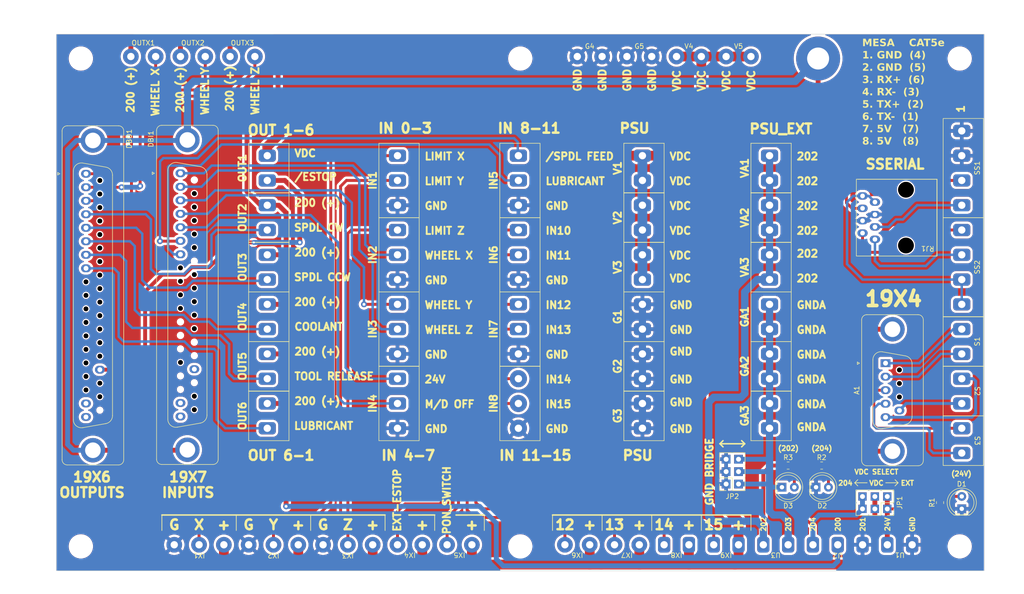
<source format=kicad_pcb>
(kicad_pcb (version 20241229) (generator "pcbnew") (generator_version "9.0")
  (layers (0 "F.Cu" signal) (2 "B.Cu" signal) (13 "F.Paste" user) (15 "B.Paste" user) (5 "F.SilkS" user "F.Silkscreen") (7 "B.SilkS" user "B.Silkscreen") (1 "F.Mask" user) (3 "B.Mask" user) (25 "Edge.Cuts" user))
  (net 0 "")
  (net 1 "Earth")
  (net 2 "/E101")
  (net 3 "/E102")
  (net 4 "/E201")
  (net 5 "/E202")
  (net 6 "/E301")
  (net 7 "/SS_TX-")
  (net 8 "/SS_TX+")
  (net 9 "/E302")
  (net 10 "GND")
  (net 11 "Net-(D1-A)")
  (net 12 "Net-(D2-A)")
  (net 13 "GNDA")
  (net 14 "Net-(D3-A)")
  (net 15 "/19X7_HANDWHEEL_X")
  (net 16 "/19X7_HANDWHEEL_Y")
  (net 17 "/19X7_HANDWHEEL_Z")
  (net 18 "/19X7_200_HIGH")
  (net 19 "/19X7_MAIN_DRIVE_OFF")
  (net 20 "/19X7_NOT_SPINDLE_FEED")
  (net 21 "/19X7_LUBRICANT")
  (net 23 "/19X6_HANDWHEEL_X")
  (net 24 "/19X6_HANDWHEEL_Z")
  (net 25 "/19X6_HANDWHEEL_Y")
  (net 26 "/SPINDLE_CW")
  (net 27 "/SPINDLE_CCW")
  (net 28 "/COOLANT_PUMP")
  (net 29 "/TOOL_RELEASE")
  (net 30 "/CENTRAL_LUBRICATION")
  (net 33 "/{slash}ESTOP")
  (net 34 "/LIMIT_X")
  (net 35 "/LIMIT_Υ")
  (net 36 "/LIMIT_Ζ")
  (net 37 "/EXT_ESTOP")
  (net 38 "/PON_SWITCH")
  (net 39 "/EXT_PWR")
  (net 40 "/202_24V")
  (net 41 "/204_24V{slash}a")
  (net 42 "/200_NORMAL")
  (net 43 "VDC")
  (net 44 "/SS_RX-")
  (net 45 "/SS_RX+")
  (net 46 "/SS_5VP")
  (net 47 "/IN12")
  (net 48 "/IN13")
  (net 49 "/IN14")
  (net 50 "/IN15")
  (footprint "XY2500R-C(5.08)-2P:XY2500R-C(5.08)-2P" (layer "F.Cu") (at 144.48 139.7 180)
    (property "Reference" "IX4")
    (property "Value" "XY2500R-C(5.08)-2P" (hide yes))
  )
  (footprint "XY2500R-C(5.08)-2P:XY2500R-C(5.08)-2P" (layer "F.Cu") (at 188.93 139.7 180)
    (property "Reference" "IX7")
    (property "Value" "XY2500R-C(5.08)-2P" (hide yes))
  )
  (footprint "XY2500V-C(5.08)-2P:XY2500V-C(5.08)-2P" (layer "F.Cu") (at 218.14 92.96 -90)
    (property "Reference" "GA1")
    (property "Value" "GA")
  )
  (footprint "XY2500V-C(5.08)-2P:XY2500V-C(5.08)-2P" (layer "F.Cu") (at 218.14 113.28 -90)
    (property "Reference" "GA3")
    (property "Value" "GA")
  )
  (footprint "Connector_Dsub:DSUB-9_Female_Vertical_P2.77x2.84mm_MountingHoles" (layer "F.Cu") (at 241.899669 102.48 90)
    (property "Reference" "A1")
    (property "Value" "19X4")
  )
  (footprint "Connector_PinSocket_2.54mm:PinSocket_2x03_P2.54mm_Vertical" (layer "F.Cu") (at 242.255 132.35 -90)
    (property "Reference" "JP1")
    (property "Value" "PWR_SELECT")
  )
  (footprint "XY2500V-C(5.08)-2P:XY2500V-C(5.08)-2P" (layer "F.Cu") (at 257.51 108.2 -90)
    (property "Reference" "S2")
    (property "Value" "S2")
  )
  (footprint "MountingHole:MountingHole_4.5mm" (layer "F.Cu") (at 257.09 40.03)
    (property "Reference" "H3" (hide yes))
    (property "Value" "MountingHole" (hide yes))
  )
  (footprint "XY2500V-C(5.08)-2P:XY2500V-C(5.08)-2P" (layer "F.Cu") (at 192.105 92.96 -90)
    (property "Reference" "G1")
    (property "Value" "G")
  )
  (footprint "MountingHole:MountingHole_4.5mm" (layer "F.Cu") (at 77.09 40.03)
    (property "Reference" "H1" (hide yes))
    (property "Value" "MountingHole" (hide yes))
  )
  (footprint "XY2500V-C(5.08)-2P:XY2500V-C(5.08)-2P" (layer "F.Cu") (at 115.27 113.28 -90)
    (property "Reference" "OUT6")
    (property "Value" "OUT")
  )
  (footprint "XY2500V-C(5.08)-3P:XY2500V-C(5.08)-3P" (layer "F.Cu") (at 141.94 95.5 -90)
    (property "Reference" "IN3")
    (property "Value" "IN")
  )
  (footprint "LED_THT:LED_D5.0mm" (layer "F.Cu") (at 257.51 132.33 90)
    (property "Reference" "D1")
    (property "Value" "LED" (hide yes))
  )
  (footprint "XY2500V-C(5.08)-3P:XY2500V-C(5.08)-3P" (layer "F.Cu") (at 141.94 110.74 -90)
    (property "Reference" "IN4")
    (property "Value" "IN")
  )
  (footprint "XY2500V-C(5.08)-2P:XY2500V-C(5.08)-2P" (layer "F.Cu") (at 218.14 62.48 -90)
    (property "Reference" "VA1")
    (property "Value" "VA")
  )
  (footprint "MountingHole:MountingHole_4.5mm" (layer "F.Cu") (at 257.09 140.03)
    (property "Reference" "H4" (hide yes))
    (property "Value" "MountingHole" (hide yes))
  )
  (footprint "XY2500V-C(5.08)-2P:XY2500V-C(5.08)-2P" (layer "F.Cu") (at 115.27 103.12 -90)
    (property "Reference" "OUT5")
    (property "Value" "OUT")
  )
  (footprint "XY2500V-C(5.08)-4P:XY2500V-C(5.08)-4P" (layer "F.Cu") (at 257.51 62.48 -90)
    (property "Reference" "SS1")
    (property "Value" "SS1")
  )
  (footprint "XY2500R-C(5.08)-2P:XY2500R-C(5.08)-2P" (layer "F.Cu") (at 199.09 139.7 180)
    (property "Reference" "IX8")
    (property "Value" "XY2500R-C(5.08)-2P" (hide yes))
  )
  (footprint "Resistor_SMD:R_0805_2012Metric" (layer "F.Cu") (at 253.065 131.06 90)
    (property "Reference" "R1")
    (property "Value" "R" (hide yes))
  )
  (footprint "XY2500V-C(5.08)-2P:XY2500V-C(5.08)-2P" (layer "F.Cu") (at 192.105 62.48 -90)
    (property "Reference" "V1")
    (property "Value" "V")
  )
  (footprint "XY2500R-C(5.08)-2P:XY2500R-C(5.08)-2P" (layer "F.Cu") (at 89.87 39.62)
    (property "Reference" "OUTX1")
    (property "Value" "XY2500R-C(5.08)-2P" (hide yes))
  )
  (footprint "XY2500R-C(5.08)-2P:XY2500R-C(5.08)-2P" (layer "F.Cu") (at 154.64 139.7 180)
    (property "Reference" "IX5")
    (property "Value" "XY2500R-C(5.08)-2P" (hide yes))
  )
  (footprint "LED_THT:LED_D5.0mm" (layer "F.Cu") (at 220.68 127.905)
    (property "Reference" "D3")
    (property "Value" "LED" (hide yes))
  )
  (footprint "XY2500V-C(5.08)-2P:XY2500V-C(5.08)-2P" (layer "F.Cu") (at 192.105 113.28 -90)
    (property "Reference" "G3")
    (property "Value" "G")
  )
  (footprint "XY2500R-C(5.08)-2P:XY2500R-C(5.08)-2P" (layer "F.Cu") (at 178.77 139.7 180)
    (property "Reference" "IX6")
    (property "Value" "XY2500R-C(5.08)-2P" (hide yes))
  )
  (footprint "Resistor_SMD:R_0805_2012Metric" (layer "F.Cu") (at 221.95 123.46)
    (property "Reference" "R3")
    (property "Value" "R" (hide yes))
  )
  (footprint "XY2500V-C(5.08)-2P:XY2500V-C(5.08)-2P" (layer "F.Cu") (at 115.27 72.64 -90)
    (property "Reference" "OUT2")
    (property "Value" "OUT")
  )
  (footprint "XY2500V-C(5.08)-2P:XY2500V-C(5.08)-2P" (layer "F.Cu") (at 257.51 98.04 -90)
    (property "Reference" "S1")
    (property "Value" "S1")
  )
  (footprint "XY2500R-C(5.08)-2P:XY2500R-C(5.08)-2P" (layer "F.Cu") (at 181.31 39.62)
    (property "Reference" "G4")
    (property "Value" "XY2500R-C(5.08)-2P" (hide yes))
  )
  (footprint "XY2500V-C(5.08)-2P:XY2500V-C(5.08)-2P" (layer "F.Cu") (at 115.27 62.48 -90)
    (property "Reference" "OUT1")
    (property "Value" "OUT")
  )
  (footprint "XY2500R-C(5.08)-2P:XY2500R-C(5.08)-2P" (layer "F.Cu") (at 110.19 39.62)
    (property "Reference" "OUTX3")
    (property "Value" "XY2500R-C(5.08)-2P" (hide yes))
  )
  (footprint "Connector_PinSocket_2.54mm:PinSocket_2x03_P2.54mm_Vertical" (layer "F.Cu") (at 209.25 127.25 180)
    (property "Reference" "JP2")
    (property "Value" "GND_BRIGDE")
  )
  (footprint "XY2500V-C(5.08)-2P:XY2500V-C(5.08)-2P" (layer "F.Cu") (at 192.105 82.8 -90)
    (property "Reference" "V3")
    (property "Value" "V")
  )
  (footprint "XY2500R-C(5.08)-2P:XY2500R-C(5.08)-2P" (layer "F.Cu") (at 191.47 39.62)
    (property "Reference" "G5")
    (property "Value" "XY2500R-C(5.08)-2P" (hide yes))
  )
  (footprint "Connector_Dsub:DSUB-37_Female_Vertical_P2.77x2.84mm_MountingHoles" (layer "F.Cu") (at 78.14 63.645 90)
    (property "Reference" "DBO1")
    (property "Value" "19X6_OUTPUTS")
  )
  (footprint "XY2500V-C(5.08)-3P:XY2500V-C(5.08)-3P" (layer "F.Cu") (at 141.94 65.02 -90)
    (property "Reference" "IN1")
    (property "Value" "IN")
  )
  (footprint "XY2500R-C(5.08)-3P:XY2500R-C(5.08)-3P" (layer "F.Cu") (at 101.3 139.7 180)
    (property "Reference" "IX1")
    (property "Value" "XY2500R-C(5.08)-3P" (hide yes))
  )
  (footprint "XY2500V-C(5.08)-3P:XY2500V-C(5.08)-3P" (layer "F.Cu") (at 166.705 95.5 -90)
    (property "Reference" "IN7")
    (property "Value" "IN")
  )
  (footprint "XY2500V-C(5.08)-3P:XY2500V-C(5.08)-3P" (layer "F.Cu") (at 166.705 110.74 -90)
    (property "Reference" "IN8")
    (property "Value" "IN")
  )
  (footprint "Connector_Dsub:DSUB-37_Female_Vertical_P2.77x2.84mm_MountingHoles" (layer "F.Cu") (at 97.49 63.545 90)
    (property "Reference" "DBI1")
    (property "Value" "19X7_INPUTS")
  )
  (footprint "XY2500V-C(5.08)-2P:XY2500V-C(5.08)-2P" (layer "F.Cu") (at 257.51 118.36 -90)
    (property "Reference" "S3")
    (property "Value" "S3")
  )
  (footprint "XY2500V-C(5.08)-2P:XY2500V-C(5.08)-2P" (layer "F.Cu") (at 218.14 82.8 -90)
    (property "Reference" "VA3")
    (property "Value" "VA")
  )
  (footprint "XY2500R-C(5.08)-2P:XY2500R-C(5.08)-2P" (layer "F.Cu") (at 244.81 139.7 180)
    (property "Reference" "U1")
    (property "Value" "XY2500R-C(5.08)-2P" (hide yes))
  )
  (footprint "XY2500V-C(5.08)-4P:XY2500V-C(5.08)-4P" (layer "F.Cu") (at 257.51 82.8 -90)
    (property "Reference" "SS2")
    (property "Value" "SS2")
  )
  (footprint "XY2500R-C(5.08)-2P:XY2500R-C(5.08)-2P" (layer "F.Cu") (at 211.79 39.62)
    (property "Reference" "V5")
    (property "Value" "XY2500R-C(5.08)-2P" (hide yes))
  )
  (footprint "XY2500R-C(5.08)-3P:XY2500R-C(5.08)-3P" (layer "F.Cu") (at 232.11 139.7 180)
    (property "Reference" "U2")
    (property "Value" "XY2500R-C(5.08)-3P" (hide yes))
  )
  (footprint "LED_THT:LED_D5.0mm" (layer "F.Cu") (at 227.665 127.905)
    (property "Reference" "D2")
    (property "Value" "LED" (hide yes))
  )
  (footprint "XY2500V-C(5.08)-3P:XY2500V-C(5.08)-3P" (layer "F.Cu") (at 141.94 80.26 -90)
    (property "Reference" "IN2")
    (property "Value" "IN")
  )
  (footprint "XY2500R-C(5.08)-2P:XY2500R-C(5.08)-2P" (layer "F.Cu") (at 219.41 139.7 180)
    (property "Reference" "U3")
    (property "Value" "XY2500R-C(5.08)-2P" (hide yes))
  )
  (footprint "XY2500V-C(5.08)-2P:XY2500V-C(5.08)-2P" (layer "F.Cu") (at 192.105 103.12 -90)
    (property "Reference" "G2")
    (property "Value" "G")
  )
  (footprint "MountingHole:MountingHole_4.5mm" (layer "F.Cu") (at 167.09 140.03)
    (property "Reference" "H5" (hide yes))
    (property "Value" "MountingHole" (hide yes))
  )
  (footprint "XY2500V-C(5.08)-2P:XY2500V-C(5.08)-2P" (layer "F.Cu") (at 218.14 72.64 -90)
    (property "Reference" "VA2")
    (property "Value" "VA")
  )
  (footprint "XY2500V-C(5.08)-2P:XY2500V-C(5.08)-2P" (layer "F.Cu") (at 115.27 92.96 -90)
    (property "Reference" "OUT4")
    (property "Value" "OUT")
  )
  (footprint "XY2500V-C(5.08)-2P:XY2500V-C(5.08)-2P" (layer "F.Cu") (at 192.105 72.64 -90)
    (property "Reference" "V2")
    (property "Value" "V")
  )
  (footprint "XY2500R-C(5.08)-3P:XY2500R-C(5.08)-3P" (layer "F.Cu") (at 131.78 139.7 180)
    (property "Reference" "IX3")
    (property "Value" "XY2500R-C(5.08)-3P" (hide yes))
  )
  (footprint "XY2500R-C(5.08)-2P:XY2500R-C(5.08)-2P" (layer "F.Cu") (at 201.63 39.62)
    (property "Reference" "V4")
    (property "Value" "XY2500R-C(5.08)-2P" (hide yes))
  )
  (footprint "MTJ-88FX1:MTJ-88FX1" (layer "F.Cu") (at 246.08 72.64 90)
    (property "Reference" "RJ1")
    (property "Value" "SSERIAL")
  )
  (footprint "MountingHole:MountingHole_4.5mm_Pad" (layer "F.Cu") (at 228.09 40.03)
    (property "Reference" "E1" (hide yes))
    (property "Value" "Chassis" (hide yes))
  )
  (footprint "XY2500R-C(5.08)-2P:XY2500R-C(5.08)-2P" (layer "F.Cu") (at 209.25 139.7 180)
    (property "Reference" "IX9")
    (property "Value" "XY2500R-C(5.08)-2P" (hide yes))
  )
  (footprint "MountingHole:MountingHole_4.5mm" (layer "F.Cu") (at 167.09 40.03)
    (property "Reference" "H2" (hide yes))
    (property "Value" "MountingHole" (hide yes))
  )
  (footprint "XY2500R-C(5.08)-3P:XY2500R-C(5.08)-3P" (layer "F.Cu") (at 116.54 139.7 180)
    (property "Reference" "IX2")
    (property "Value" "XY2500R-C(5.08)-3P" (hide yes))
  )
  (footprint "XY2500V-C(5.08)-2P:XY2500V-C(5.08)-2P" (layer "F.Cu") (at 218.14 103.12 -90)
    (property "Reference" "GA2")
    (property "Value" "GA")
  )
  (footprint "MountingHole:MountingHole_4.5mm" (layer "F.Cu") (at 77.09 140.03)
    (property "Reference" "H6" (hide yes))
    (property "Value" "MountingHole" (hide yes))
  )
  (footprint "XY2500R-C(5.08)-2P:XY2500R-C(5.08)-2P" (layer "F.Cu") (at 100.03 39.62)
    (property "Reference" "OUTX2")
    (property "Value" "XY2500R-C(5.08)-2P" (hide yes))
  )
  (footprint "XY2500V-C(5.08)-3P:XY2500V-C(5.08)-3P" (layer "F.Cu") (at 166.705 65.02 -90)
    (property "Reference" "IN5")
    (property "Value" "IN")
  )
  (footprint "XY2500V-C(5.08)-2P:XY2500V-C(5.08)-2P" (layer "F.Cu") (at 115.27 82.8 -90)
    (property "Reference" "OUT3")
    (property "Value" "OUT")
  )
  (footprint "Resistor_SMD:R_0805_2012Metric" (layer "F.Cu") (at 228.815 123.46)
    (property "Reference" "R2")
    (property "Value" "R" (hide yes))
  )
  (footprint "XY2500V-C(5.08)-3P:XY2500V-C(5.08)-3P" (layer "F.Cu") (at 166.705 80.26 -90)
    (property "Reference" "IN6")
    (property "Value" "IN")
  )
  (gr_line (start 139.4 133.6) (end 139.4 136.775) (stroke (width 0.15)) (layer "F.SilkS"))
  (gr_line (start 93.68 136.775) (end 93.68 133.6) (stroke (width 0.15)) (layer "F.SilkS"))
  (gr_line (start 207.98 118.995) (end 213.06 118.995) (stroke (width 0.3)) (layer "F.SilkS"))
  (gr_line (start 173.69 133.6) (end 214.33 133.6) (stroke (width 0.3)) (layer "F.SilkS"))
  (gr_line (start 124.16 133.6) (end 124.16 136.775) (stroke (width 0.15)) (layer "F.SilkS"))
  (gr_line (start 149.56 133.6) (end 144.272 133.604) (stroke (width 0.3)) (layer "F.SilkS"))
  (gr_line (start 139.4 133.6) (end 93.68 133.6) (stroke (width 0.3)) (layer "F.SilkS"))
  (gr_line (start 238.125 127) (end 235.585 127) (stroke (width 0.15)) (layer "F.SilkS"))
  (gr_line (start 159.72 133.6) (end 153.924 133.604) (stroke (width 0.3)) (layer "F.SilkS"))
  (gr_line (start 159.72 133.6) (end 159.72 136.775) (stroke (width 0.15)) (layer "F.SilkS"))
  (gr_line (start 173.69 136.775) (end 173.69 133.6) (stroke (width 0.15)) (layer "F.SilkS"))
  (gr_line (start 183.85 133.6) (end 183.85 136.775) (stroke (width 0.15)) (layer "F.SilkS"))
  (gr_line (start 235.585 127) (end 236.22 126.365) (stroke (width 0.15)) (layer "F.SilkS"))
  (gr_line (start 212.425 118.36) (end 213.06 118.995) (stroke (width 0.15)) (layer "F.SilkS"))
  (gr_line (start 149.56 133.6) (end 149.56 136.775) (stroke (width 0.15)) (layer "F.SilkS"))
  (gr_line (start 204.17 133.6) (end 204.17 136.775) (stroke (width 0.15)) (layer "F.SilkS"))
  (gr_line (start 214.33 133.6) (end 214.33 136.775) (stroke (width 0.15)) (layer "F.SilkS"))
  (gr_line (start 244.475 127) (end 243.84 127.635) (stroke (width 0.15)) (layer "F.SilkS"))
  (gr_line (start 213.06 118.995) (end 212.425 119.63) (stroke (width 0.3)) (layer "F.SilkS"))
  (gr_line (start 213.06 118.995) (end 212.425 118.36) (stroke (width 0.3)) (layer "F.SilkS"))
  (gr_line (start 207.98 118.995) (end 208.615 118.36) (stroke (width 0.3)) (layer "F.SilkS"))
  (gr_line (start 235.585 127) (end 236.22 127.635) (stroke (width 0.15)) (layer "F.SilkS"))
  (gr_line (start 244.475 127) (end 243.84 126.365) (stroke (width 0.15)) (layer "F.SilkS"))
  (gr_line (start 207.98 118.995) (end 208.615 119.63) (stroke (width 0.3)) (layer "F.SilkS"))
  (gr_line (start 108.92 133.6) (end 108.92 136.775) (stroke (width 0.15)) (layer "F.SilkS"))
  (gr_line (start 194.01 133.6) (end 194.01 136.775) (stroke (width 0.15)) (layer "F.SilkS"))
  (gr_line (start 241.935 127) (end 244.475 127) (stroke (width 0.15)) (layer "F.SilkS"))
  (gr_rect (start 72.09 35.03) (end 262.09 145.03) (stroke (width 0.1)) (fill no) (layer "Edge.Cuts"))
  (gr_text "EXT-ESTOP" (at 142.748 130.556 90) (layer "F.SilkS") (effects (font (size 1.5 1.5) (thickness 0.375) (bold yes)) (justify bottom)))
  (gr_text "WHEEL Z" (at 147.32 96.52 0) (layer "F.SilkS") (effects (font (size 1.5 1.5) (thickness 0.375) (bold yes)) (justify left bottom)))
  (gr_text "WHEEL X" (at 147.32 81.28 0) (layer "F.SilkS") (effects (font (size 1.5 1.5) (thickness 0.375) (bold yes)) (justify left bottom)))
  (gr_text "13" (at 186.39 136.775 0) (layer "F.SilkS") (effects (font (size 2 2) (thickness 0.5) (bold yes)) (justify bottom)))
  (gr_text "200 (+)" (at 120.65 111.125 0) (layer "F.SilkS") (effects (font (size 1.5 1.5) (thickness 0.375) (bold yes)) (justify left bottom)))
  (gr_text "EXT" (at 246.38 127.635 0) (layer "F.SilkS") (effects (font (size 1 1) (thickness 0.25) (bold yes)) (justify bottom)))
  (gr_text "(202)" (at 221.996 120.523 0) (layer "F.SilkS") (effects (font (size 1 1) (thickness 0.25) (bold yes)) (justify bottom)))
  (gr_text "GND" (at 172.085 101.6 0) (layer "F.SilkS") (effects (font (size 1.5 1.5) (thickness 0.375) (bold yes)) (justify left bottom)))
  (gr_text "IN15" (at 172.085 111.76 0) (layer "F.SilkS") (effects (font (size 1.5 1.5) (thickness 0.375) (bold yes)) (justify left bottom)))
  (gr_text "PON_SWITCH" (at 152.908 130.556 90) (layer "F.SilkS") (effects (font (size 1.5 1.5) (thickness 0.375) (bold yes)) (justify bottom)))
  (gr_text "GNDA" (at 223.52 116.455 0) (layer "F.SilkS") (effects (font (size 1.5 1.5) (thickness 0.375) (bold yes)) (justify left bottom)))
  (gr_text "+" (at 106.38 136.775 0) (layer "F.SilkS") (effects (font (size 2 2) (thickness 0.5) (bold yes)) (justify bottom)))
  (gr_text "GND" (at 147.32 101.6 0) (layer "F.SilkS") (effects (font (size 1.5 1.5) (thickness 0.375) (bold yes)) (justify left bottom)))
  (gr_text "VDC" (at 197.485 81.28 0) (layer "F.SilkS") (effects (font (size 1.5 1.5) (thickness 0.375) (bold yes)) (justify left bottom)))
  (gr_text "202" (at 223.52 80.895 0) (layer "F.SilkS") (effects (font (size 1.5 1.5) (thickness 0.375) (bold yes)) (justify left bottom)))
  (gr_text "200 (+)" (at 120.65 100.965 0) (layer "F.SilkS") (effects (font (size 1.5 1.5) (thickness 0.375) (bold yes)) (justify left bottom)))
  (gr_text "24V" (at 242.905 135.505 90) (layer "F.SilkS") (effects (font (size 1 1) (thickness 0.25) (bold yes)) (justify bottom)))
  (gr_text "GND" (at 189.865 46.99 90) (layer "F.SilkS") (effects (font (size 1.5 1.5) (thickness 0.375) (bold yes)) (justify left bottom)))
  (gr_text "GND" (at 197.485 106.68 0) (layer "F.SilkS") (effects (font (size 1.5 1.5) (thickness 0.375) (bold yes)) (justify left bottom)))
  (gr_text "200 (+)" (at 120.65 90.805 0) (layer "F.SilkS") (effects (font (size 1.5 1.5) (thickness 0.375) (bold yes)) (justify left bottom)))
  (gr_text "+" (at 136.86 136.775 0) (layer "F.SilkS") (effects (font (size 2 2) (thickness 0.5) (bold yes)) (justify bottom)))
  (gr_text "+" (at 121.62 136.775 0) (layer "F.SilkS") (effects (font (size 2 2) (thickness 0.5) (bold yes)) (justify bottom)))
  (gr_text "202" (at 223.52 71.12 0) (layer "F.SilkS") (effects (font (size 1.5 1.5) (thickness 0.375) (bold yes)) (justify left bottom)))
  (gr_text "G" (at 126.7 136.775 0) (layer "F.SilkS") (effects (font (size 2 2) (thickness 0.5) (bold yes)) (justify bottom)))
  (gr_text "GNDA" (at 223.52 101.6 0) (layer "F.SilkS") (effects (font (size 1.5 1.5) (thickness 0.375) (bold yes)) (justify left bottom)))
  (gr_text "202" (at 223.52 60.96 0) (layer "F.SilkS") (effects (font (size 1.5 1.5) (thickness 0.375) (bold yes)) (justify left bottom)))
  (gr_text "GND" (at 147.32 71.12 0) (layer "F.SilkS") (effects (font (size 1.5 1.5) (thickness 0.375) (bold yes)) (justify left bottom)))
  (gr_text "200 (+)" (at 120.65 80.645 0) (layer "F.SilkS") (effects (font (size 1.5 1.5) (thickness 0.375) (bold yes)) (justify left bottom)))
  (gr_text "COOLANT" (at 120.65 95.885 0) (layer "F.SilkS") (effects (font (size 1.5 1.5) (thickness 0.375) (bold yes)) (justify left bottom)))
  (gr_text "14" (at 196.55 136.775 0) (layer "F.SilkS") (effects (font (size 2 2) (thickness 0.5) (bold yes)) (justify bottom)))
  (gr_text "GND" (at 172.085 116.84 0) (layer "F.SilkS") (effects (font (size 1.5 1.5) (thickness 0.375) (bold yes)) (justify left bottom)))
  (gr_text "+" (at 147.02 136.775 0) (layer "F.SilkS") (effects (font (size 2 2) (thickness 0.5) (bold yes)) (justify bottom)))
  (gr_text "M/D OFF" (at 147.32 111.76 0) (layer "F.SilkS") (effects (font (size 1.5 1.5) (thickness 0.375) (bold yes)) (justify left bottom)))
  (gr_text "OUT 1-6" (at 118.11 55.88 0) (layer "F.SilkS") (effects (font (size 2 2) (thickness 0.5) (bold yes)) (justify bottom)))
  (gr_text "G" (at 111.46 136.775 0) (layer "F.SilkS") (effects (font (size 2 2) (thickness 0.5) (bold yes)) (justify bottom)))
  (gr_text "+" (at 191.47 136.775 0) (layer "F.SilkS") (effects (font (size 2 2) (thickness 0.5) (bold yes)) (justify bottom)))
  (gr_text "GND" (at 247.985 135.505 90) (layer "F.SilkS") (effects (font (size 1 1) (thickness 0.25) (bold yes)) (justify bottom)))
  (gr_text "GND" (at 172.085 86.36 0) (layer "F.SilkS") (effects (font (size 1.5 1.5) (thickness 0.375) (bold yes)) (justify left bottom)))
  (gr_text "VDC" (at 200.025 46.99 90) (layer "F.SilkS") (effects (font (size 1.5 1.5) (thickness 0.375) (bold yes)) (justify left bottom)))
  (gr_text "SSERIAL" (at 243.84 62.865 0) (layer "F.SilkS") (effects (font (size 2 2) (thickness 0.5) (bold yes)) (justify bottom)))
  (gr_text "202" (at 223.52 85.975 0) (layer "F.SilkS") (effects (font (size 1.5 1.5) (thickness 0.375) (bold yes)) (justify left bottom)))
  (gr_text "VDC" (at 197.485 60.96 0) (layer "F.SilkS") (effects (font (size 1.5 1.5) (thickness 0.375) (bold yes)) (justify left bottom)))
  (gr_text "IN12" (at 172.085 91.44 0) (layer "F.SilkS") (effects (font (size 1.5 1.5) (thickness 0.375) (bold yes)) (justify left bottom)))
  (gr_text "GND" (at 147.32 116.84 0) (layer "F.SilkS") (effects (font (size 1.5 1.5) (thickness 0.375) (bold yes)) (justify left bottom)))
  (gr_text "GNDA" (at 223.52 96.52 0) (layer "F.SilkS") (effects (font (size 1.5 1.5) (thickness 0.375) (bold yes)) (justify left bottom)))
  (gr_text "WHEEL Z" (at 113.665 51.816 90) (layer "F.SilkS") (effects (font (size 1.5 1.5) (thickness 0.375) (bold yes)) (justify left bottom)))
  (gr_text "LIMIT Y" (at 147.32 66.04 0) (layer "F.SilkS") (effects (font (size 1.5 1.5) (thickness 0.375) (bold yes)) (justify left bottom)))
  (gr_text "202" (at 223.52 76.2 0) (layer "F.SilkS") (effects (font (size 1.5 1.5) (thickness 0.375) (bold yes)) (justify left bottom)))
  (gr_text "INPUTS" (at 99.06 130.175 0) (layer "F.SilkS") (effects (font (size 2 2) (thickness 0.5) (bold yes)) (justify bottom)))
  (gr_text "12" (at 176.23 136.775 0) (layer "F.SilkS") (effects (font (size 2 2) (thickness 0.5) (bold yes)) (justify bottom)))
  (gr_text "X" (at 101.3 136.775 0) (layer "F.SilkS") (effects (font (size 2 2) (thickness 0.5) (bold yes)) (justify bottom)))
  (gr_text "GND" (at 197.485 116.84 0) (layer "F.SilkS") (effects (font (size 1.5 1.5) (thickness 0.375) (bold yes)) (justify left bottom)))
  (gr_text "+" (at 157.18 136.775 0) (layer "F.SilkS") (effects (font (size 2 2) (thickness 0.5) (bold yes)) (justify bottom)))
  (gr_text "204" (at 227.665 135.505 90) (layer "F.SilkS") (effects (font (size 1 1) (thickness 0.25) (bold yes)) (justify bottom)))
  (gr_text "IN 0-3" (at 143.51 55.495 0) (layer "F.SilkS") (effects (font (size 2 2) (thickness 0.5) (bold yes)) (justify bottom)))
  (gr_text "OUTPUTS" (at 79.375 130.175 0) (layer "F.SilkS") (effects (font (size 2 2) (thickness 0.5) (bold yes)) (justify bottom)))
  (gr_text "IN13" (at 172.085 96.52 0) (layer "F.SilkS") (effects (font (size 1.5 1.5) (thickness 0.375) (bold yes)) (justify left bottom)))
  (gr_text "IN 11-15" (at 170.18 122.555 0) (layer "F.SilkS") (effects (font (size 2 2) (thickness 0.5) (bold yes)) (justify bottom)))
  (gr_text "GND BRIDGE" (at 206.71 124.71 90) (layer "F.SilkS") (effects (font (size 1.5 1.5) (thickness 0.375) (bold yes)) (justify bottom)))
  (gr_text "VDC" (at 240.03 127.635 0) (layer "F.SilkS") (effects (font (size 1 1) (thickness 0.25) (bold yes)) (justify bottom)))
  (gr_text "PSU" (at 190.5 55.495 0) (layer "F.SilkS") (effects (font (size 2 2) (thickness 0.5) (bold yes)) (justify bottom)))
  (gr_text "VDC" (at 197.485 66.04 0) (layer "F.SilkS") (effects (font (size 1.5 1.5) (thickness 0.375) (bold yes)) (justify left bottom)))
  (gr_text "(204)" (at 228.854 120.523 0) (layer "F.SilkS") (effects (font (size 1 1) (thickness 0.25) (bold yes)) (justify bottom)))
  (gr_text "VDC SELECT" (at 240.03 125.345 0) (layer "F.SilkS") (effects (font (size 1 1) (thickness 0.25) (bold yes)) (justify bottom)))
  (gr_text "GND" (at 197.485 96.52 0) (layer "F.SilkS") (effects (font (size 1.5 1.5) (thickness 0.375) (bold yes)) (justify left bottom)))
  (gr_text "IN14" (at 172.085 106.68 0) (layer "F.SilkS") (effects (font (size 1.5 1.5) (thickness 0.375) (bold yes)) (justify left bottom)))
  (gr_text "19X7" (at 99.06 127 0) (layer "F.SilkS") (effects (font (size 2 2) (thickness 0.5) (bold yes)) (justify bottom)))
  (gr_text "VDC" (at 120.65 60.325 0) (layer "F.SilkS") (effects (font (size 1.5 1.5) (thickness 0.375) (bold yes)) (justify left bottom)))
  (gr_text "/SPDL FEED" (at 172.085 60.96 0) (layer "F.SilkS") (effects (font (size 1.5 1.5) (thickness 0.375) (bold yes)) (justify left bottom)))
  (gr_text "WHEEL X" (at 93.218 52.07 90) (layer "F.SilkS") (effects (font (size 1.5 1.5) (thickness 0.375) (bold yes)) (justify left bottom)))
  (gr_text "WHEEL Y" (at 103.378 51.816 90) (layer "F.SilkS") (effects (font (size 1.5 1.5) (thickness 0.375) (bold yes)) (justify left bottom)))
  (gr_text "+" (at 201.63 136.775 0) (layer "F.SilkS") (effects (font (size 2 2) (thickness 0.5) (bold yes)) (justify bottom)))
  (gr_text "202" (at 223.52 66.04 0) (layer "F.SilkS") (effects (font (size 1.5 1.5) (thickness 0.375) (bold yes)) (justify left bottom)))
  (gr_text "200 (+)" (at 88.138 51.308 90) (layer "F.SilkS") (effects (font (size 1.5 1.5) (thickness 0.375) (bold yes)) (justify left bottom)))
  (gr_text "/ESTOP" (at 120.65 65.151 0) (layer "F.SilkS") (effects (font (size 1.5 1.5) (thickness 0.375) (bold yes)) (justify left bottom)))
  (gr_text "G" (at 96.22 136.775 0) (layer "F.SilkS") (effects (font (size 2 2) (thickness 0.5) (bold yes)) (justify bottom)))
  (gr_text "15" (at 206.71 136.775 0) (layer "F.SilkS") (effects (font (size 2 2) (thickness 0.5) (bold yes)) (justify bottom)))
  (gr_text "VDC" (at 205.105 46.99 90) (layer "F.SilkS") (effects (font (size 1.5 1.5) (thickness 0.375) (bold yes)) (justify left bottom)))
  (gr_text "VDC" (at 210.185 46.99 90) (layer "F.SilkS") (effects (font (size 1.5 1.5) (thickness 0.375) (bold yes)) (justify left bottom)))
  (gr_text "201" (at 237.825 135.505 90) (layer "F.SilkS") (effects (font (size 1 1) (thickness 0.25) (bold yes)) (justify bottom)))
  (gr_text "GND" (at 197.485 100.965 0) (layer "F.SilkS") (effects (font (size 1.5 1.5) (thickness 0.375) (bold yes)) (justify left bottom)))
  (gr_text "19X6" (at 79.375 127 0) (layer "F.SilkS") (effects (font (size 2 2) (thickness 0.5) (bold yes)) (justify bottom)))
  (gr_text "GNDA" (at 223.52 111.76 0) (layer "F.SilkS") (effects (font (size 1.5 1.5) (thickness 0.375) (bold yes)) (justify left bottom)))
  (gr_text "200 (+)" (at 108.458 51.054 90) (layer "F.SilkS") (effects (font (size 1.5 1.5) (thickness 0.375) (bold yes)) (justify left bottom)))
  (gr_text "IN 4-7" (at 144.145 122.555 0) (layer "F.SilkS") (effects (font (size 2 2) (thickness 0.5) (bold yes)) (justify bottom)))
  (gr_text "LUBRICANT" (at 120.569 116.205 0) (layer "F.SilkS") (effects (font (size 1.5 1.5) (thickness 0.375) (bold yes)) (justify left bottom)))
  (gr_text "VDC" (at 197.485 76.2 0) (layer "F.SilkS") (effects (font (size 1.5 1.5) (thickness 0.375) (bold yes)) (justify left bottom)))
  (gr_text "GND" (at 172.085 71.12 0) (layer "F.SilkS") (effects (font (size 1.5 1.5) (thickness 0.375) (bold yes)) (justify left bottom)))
  (gr_text "GND" (at 194.945 46.99 90) (layer "F.SilkS") (effects (font (size 1.5 1.5) (thickness 0.375) (bold yes)) (justify left bottom)))
  (gr_text "IN 8-11" (at 168.91 55.495 0) (layer "F.SilkS") (effects (font (size 2 2) (thickness 0.5) (bold yes)) (justify bottom)))
  (gr_text "Y" (at 116.54 136.775 0) (layer "F.SilkS") (effects (font (size 2 2) (thickness 0.5) (bold yes)) (justify bottom)))
  (gr_text "GND" (at 147.32 86.36 0) (layer "F.SilkS") (effects (font (size 1.5 1.5) (thickness 0.375) (bold yes)) (justify left bottom)))
  (gr_text "LIMIT Z" (at 147.32 76.2 0) (layer "F.SilkS") (effects (font (size 1.5 1.5) (thickness 0.375) (bold yes)) (justify left bottom)))
  (gr_text "200 (+)" (at 120.65 70.485 0) (layer "F.SilkS") (effects (font (size 1.5 1.5) (thickness 0.375) (bold yes)) (justify left bottom)))
  (gr_text "VDC" (at 197.485 71.12 0) (layer "F.SilkS") (effects (font (size 1.5 1.5) (thickness 0.375) (bold yes)) (justify left bottom)))
  (gr_text "SPDL CW" (at 120.569 75.565 0) (layer "F.SilkS") (effects (font (size 1.5 1.5) (thickness 0.375) (bold yes)) (justify left bottom)))
  (gr_text "204" (at 233.68 127.635 0) (layer "F.SilkS") (effects (font (size 1 1) (thickness 0.25) (bold yes)) (justify bottom)))
  (gr_text "IN11" (at 172.085 81.28 0) (layer "F.SilkS") (effects (font (size 1.5 1.5) (thickness 0.375) (bold yes)) (justify left bottom)))
  (gr_text "LUBRICΑΝΤ" (at 172.085 66.04 0) (layer "F.SilkS") (effects (font (size 1.5 1.5) (thickness 0.375) (bold yes)) (justify left bottom)))
  (gr_text "VDC" (at 197.485 85.975 0) (layer "F.SilkS") (effects (font (size 1.5 1.5) (thickness 0.375) (bold yes)) (justify left bottom)))
  (gr_text "MESA    CAT5e\n1. GND  (4)\n2. GND  (5)\n3. RX+  (6)\n4. RX-  (3)\n5. TX+  (2)\n6. TX-  (1)\n7. 5V   (7)\n8. 5V   (8)" (at 237.109 57.912 0) (layer "F.SilkS") (effects (font (size 1.5 1.5) (thickness 0.375) (bold yes)) (justify left bottom)))
  (gr_text "Z" (at 131.78 136.775 0) (layer "F.SilkS") (effects (font (size 2 2) (thickness 0.5) (bold yes)) (justify bottom)))
  (gr_text "+" (at 211.79 136.775 0) (layer "F.SilkS") (effects (font (size 2 2) (thickness 0.5) (bold yes)) (justify bottom)))
  (gr_text "1" (at 258.191 51.308 90) (layer "F.SilkS") (effects (font (size 1.5 1.5) (thickness 0.375) (bold yes)) (justify left bottom)))
  (gr_text "200" (at 232.745 135.505 90) (layer "F.SilkS") (effects (font (size 1 1) (thickness 0.25) (bold yes)) (justify bottom)))
  (gr_text "GND" (at 197.485 91.44 0) (layer "F.SilkS") (effects (font (size 1.5 1.5) (thickness 0.375) (bold yes)) (justify left bottom)))
  (gr_text "200 (+)" (at 98.298 51.308 90) (layer "F.SilkS") (effects (font (size 1.5 1.5) (thickness 0.375) (bold yes)) (justify left bottom)))
  (gr_text "GNDA" (at 223.52 106.68 0) (layer "F.SilkS") (effects (font (size 1.5 1.5) (thickness 0.375) (bold yes)) (justify left bottom)))
  (gr_text "PSU_EXT" (at 220.472 55.626 0) (layer "F.SilkS") (effects (font (size 2 2) (thickness 0.5) (bold yes)) (justify bottom)))
  (gr_text "19X4" (at 243.54 91.055 0) (layer "F.SilkS") (effects (font (size 3 3) (thickness 0.75) (bold yes)) (justify bottom)))
  (gr_text "VDC" (at 215.265 46.99 90) (layer "F.SilkS") (effects (font (size 1.5 1.5) (thickness 0.375) (bold yes)) (justify left bottom)))
  (gr_text "GND" (at 197.485 111.375 0) (layer "F.SilkS") (effects (font (size 1.5 1.5) (thickness 0.375) (bold yes)) (justify left bottom)))
  (gr_text "WHEEL Y" (at 147.32 91.44 0) (layer "F.SilkS") (effects (font (size 1.5 1.5) (thickness 0.375) (bold yes)) (justify left bottom)))
  (gr_text "GNDA" (at 223.52 91.44 0) (layer "F.SilkS") (effects (font (size 1.5 1.5) (thickness 0.375) (bold yes)) (justify left bottom)))
  (gr_text "OUT 6-1" (at 118.11 122.555 0) (layer "F.SilkS") (effects (font (size 2 2) (thickness 0.5) (bold yes)) (justify bottom)))
  (gr_text "202" (at 217.505 135.505 90) (layer "F.SilkS") (effects (font (size 1 1) (thickness 0.25) (bold yes)) (justify bottom)))
  (gr_text "SPDL CCW" (at 120.569 85.725 0) (layer "F.SilkS") (effects (font (size 1.5 1.5) (thickness 0.375) (bold yes)) (justify left bottom)))
  (gr_text "TOOL RELEASE" (at 120.65 106.045 0) (layer "F.SilkS") (effects (font (size 1.5 1.5) (thickness 0.375) (bold yes)) (justify left bottom)))
  (gr_text "(24V)" (at 257.429 125.73 0) (layer "F.SilkS") (effects (font (size 1 1) (thickness 0.25) (bold yes)) (justify bottom)))
  (gr_text "+" (at 181.31 136.775 0) (layer "F.SilkS") (effects (font (size 2 2) (thickness 0.5) (bold yes)) (justify bottom)))
  (gr_text "GND" (at 184.785 46.99 90) (layer "F.SilkS") (effects (font (size 1.5 1.5) (thickness 0.375) (bold yes)) (justify left bottom)))
  (gr_text "PSU" (at 191.135 122.555 0) (layer "F.SilkS") (effects (font (size 2 2) (thickness 0.5) (bold yes)) (justify bottom)))
  (gr_text "IN10" (at 172.085 76.2 0) (layer "F.SilkS") (effects (font (size 1.5 1.5) (thickness 0.375) (bold yes)) (justify left bottom)))
  (gr_text "203" (at 222.585 135.505 90) (layer "F.SilkS") (effects (font (size 1 1) (thickness 0.25) (bold yes)) (justify bottom)))
  (gr_text "LIMIT X" (at 147.32 60.96 0) (layer "F.SilkS") (effects (font (size 1.5 1.5) (thickness 0.375) (bold yes)) (justify left bottom)))
  (gr_text "GND" (at 179.705 46.99 90) (layer "F.SilkS") (effects (font (size 1.5 1.5) (thickness 0.375) (bold yes)) (justify left bottom)))
  (gr_text "24V" (at 147.32 106.68 0) (layer "F.SilkS") (effects (font (size 1.5 1.5) (thickness 0.375) (bold yes)) (justify left bottom)))
  (segment (start 237.236 95.52) (end 243.319669 95.52) (width 1) (layer "F.Cu") (net 1))
  (segment (start 79.56 120.325) (end 98.81 120.325) (width 1) (layer "F.Cu") (net 1))
  (segment (start 243.319669 95.52) (end 229.78 95.52) (width 1) (layer "F.Cu") (net 1))
  (segment (start 239.138 120.52) (end 236.728 118.11) (width 1) (layer "F.Cu") (net 1))
  (segment (start 236.728 118.11) (end 236.728 96.028) (width 1) (layer "F.Cu") (net 1))
  (segment (start 229.78 95.52) (end 228.09 93.83) (width 1) (layer "F.Cu") (net 1))
  (segment (start 228.09 93.83) (end 228.09 40.03) (width 1) (layer "F.Cu") (net 1))
  (segment (start 236.728 96.028) (end 237.236 95.52) (width 1) (layer "F.Cu") (net 1))
  (segment (start 243.319669 120.52) (end 239.138 120.52) (width 1) (layer "F.Cu") (net 1))
  (segment (start 98.81 120.325) (end 98.91 120.225) (width 1) (layer "F.Cu") (net 1))
  (segment (start 98.91 45.97) (end 98.91 56.725) (width 1.5) (layer "B.Cu") (net 1))
  (segment (start 75.579 120.325) (end 79.56 120.325) (width 1) (layer "B.Cu") (net 1))
  (segment (start 228.09 40.03) (end 223.42 44.7) (width 1.5) (layer "B.Cu") (net 1))
  (segment (start 100.18 44.7) (end 98.91 45.97) (width 1.5) (layer "B.Cu") (net 1))
  (segment (start 79.56 56.825) (end 98.81 56.825) (width 1) (layer "B.Cu") (net 1))
  (segment (start 76.221 56.825) (end 74.376 58.67) (width 1) (layer "B.Cu") (net 1))
  (segment (start 74.376 58.67) (end 74.376 119.122) (width 1) (layer "B.Cu") (net 1))
  (segment (start 79.56 56.825) (end 76.221 56.825) (width 1) (layer "B.Cu") (net 1))
  (segment (start 74.376 119.122) (end 75.579 120.325) (width 1) (layer "B.Cu") (net 1))
  (segment (start 98.81 56.825) (end 98.91 56.725) (width 1) (layer "B.Cu") (net 1))
  (segment (start 223.42 44.7) (end 100.18 44.7) (width 1.5) (layer "B.Cu") (net 1))
  (segment (start 248.802 102.48) (end 255.782 95.5) (width 0.5) (layer "B.Cu") (net 2))
  (segment (start 241.899669 102.48) (end 248.802 102.48) (width 0.5) (layer "B.Cu") (net 2))
  (segment (start 255.782 95.5) (end 257.51 95.5) (width 0.5) (layer "B.Cu") (net 2))
  (segment (start 248.572 105.25) (end 253.242 100.58) (width 0.5) (layer "B.Cu") (net 3))
  (segment (start 241.899669 105.25) (end 248.572 105.25) (width 0.5) (layer "B.Cu") (net 3))
  (segment (start 253.242 100.58) (end 257.51 100.58) (width 0.5) (layer "B.Cu") (net 3))
  (segment (start 239.9 108.02) (end 239.49 108.43) (width 0.6) (layer "F.Cu") (net 4))
  (segment (start 241.899669 108.02) (end 239.9 108.02) (width 0.6) (layer "F.Cu") (net 4))
  (segment (start 239.49 108.43) (end 239.49 115.22) (width 0.6) (layer "F.Cu") (net 4))
  (segment (start 239.49 115.22) (end 240.09 115.82) (width 0.6) (layer "F.Cu") (net 4))
  (segment (start 257.51 115.82) (end 240.09 115.82) (width 0.6) (layer "F.Cu") (net 4))
  (segment (start 239.522 115.316) (end 239.522 111.76) (width 0.5) (layer "B.Cu") (net 5))
  (segment (start 251.668 120.9) (end 250.906 120.138) (width 0.5) (layer "B.Cu") (net 5))
  (segment (start 250.444 115.824) (end 240.03 115.824) (width 0.5) (layer "B.Cu") (net 5))
  (segment (start 250.906 116.286) (end 250.444 115.824) (width 0.5) (layer "B.Cu") (net 5))
  (segment (start 250.906 120.138) (end 250.906 116.286) (width 0.5) (layer "B.Cu") (net 5))
  (segment (start 239.522 111.76) (end 240.492 110.79) (width 0.5) (layer "B.Cu") (net 5))
  (segment (start 240.492 110.79) (end 241.899669 110.79) (width 0.5) (layer "B.Cu") (net 5))
  (segment (start 257.51 120.9) (end 251.668 120.9) (width 0.5) (layer "B.Cu") (net 5))
  (segment (start 240.03 115.824) (end 239.522 115.316) (width 0.5) (layer "B.Cu") (net 5))
  (segment (start 241.899669 113.56) (end 259.566 113.56) (width 0.6) (layer "B.Cu") (net 6))
  (segment (start 260.35 112.776) (end 260.35 106.172) (width 0.6) (layer "B.Cu") (net 6))
  (segment (start 259.838 105.66) (end 260.35 106.172) (width 0.6) (layer "B.Cu") (net 6))
  (segment (start 257.51 105.66) (end 259.838 105.66) (width 0.6) (layer "B.Cu") (net 6))
  (segment (start 259.566 113.56) (end 260.35 112.776) (width 0.6) (layer "B.Cu") (net 6))
  (segment (start 239.73 81.53) (end 240.746 82.546) (width 0.5) (layer "B.Cu") (net 7))
  (segment (start 257.51 80.26) (end 252.43 80.26) (width 0.5) (layer "B.Cu") (net 7))
  (segment (start 239.73 77.085) (end 239.73 81.53) (width 0.5) (layer "B.Cu") (net 7))
  (segment (start 252.43 80.26) (end 250.144 82.546) (width 0.5) (layer "B.Cu") (net 7))
  (segment (start 250.144 82.546) (end 240.746 82.546) (width 0.5) (layer "B.Cu") (net 7))
  (segment (start 237.698 79.752) (end 241.508 79.752) (width 0.6) (layer "F.Cu") (net 8))
  (segment (start 241.508 79.752) (end 242.016 79.244) (width 0.6) (layer "F.Cu") (net 8))
  (segment (start 243.794 75.18) (end 257.51 75.18) (width 0.6) (layer "F.Cu") (net 8))
  (segment (start 242.016 79.244) (end 242.016 76.958) (width 0.6) (layer "F.Cu") (net 8))
  (segment (start 237.19 79.244) (end 237.698 79.752) (width 0.6) (layer "F.Cu") (net 8))
  (segment (start 237.19 75.815) (end 237.19 79.244) (width 0.6) (layer "F.Cu") (net 8))
  (segment (start 242.016 76.958) (end 243.794 75.18) (width 0.6) (layer "F.Cu") (net 8))
  (segment (start 244.739669 112.175) (end 244.739669 112.130331) (width 0.6) (layer "B.Cu") (net 9))
  (segment (start 244.739669 112.130331) (end 246.126 110.744) (width 0.6) (layer "B.Cu") (net 9))
  (segment (start 246.126 110.744) (end 257.506 110.744) (width 0.6) (layer "B.Cu") (net 9))
  (segment (start 257.506 110.744) (end 257.51 110.74) (width 0.6) (layer "B.Cu") (net 9))
  (segment (start 192.105 100.58) (end 192.105 95.5) (width 1.5) (layer "B.Cu") (net 10))
  (segment (start 237.825 73.275) (end 239.095 72.005) (width 0.5) (layer "B.Cu") (net 10))
  (segment (start 192.105 115.82) (end 192.105 110.74) (width 1.5) (layer "B.Cu") (net 10))
  (segment (start 192.105 105.66) (end 192.105 100.58) (width 1.5) (layer "B.Cu") (net 10))
  (segment (start 192.105 95.5) (end 192.105 90.42) (width 1.5) (layer "B.Cu") (net 10))
  (segment (start 237.19 73.275) (end 237.825 73.275) (width 0.5) (layer "B.Cu") (net 10))
  (segment (start 192.105 110.74) (end 192.105 105.66) (width 1.5) (layer "B.Cu") (net 10))
  (segment (start 239.095 72.005) (end 239.73 72.005) (width 0.5) (layer "B.Cu") (net 10))
  (segment (start 257.51 129.79) (end 253.4225 129.79) (width 0.6) (layer "F.Cu") (net 11))
  (segment (start 253.4225 129.79) (end 253.065 130.1475) (width 0.6) (layer "F.Cu") (net 11))
  (segment (start 230.205 127.905) (end 230.205 123.9375) (width 0.6) (layer "F.Cu") (net 12))
  (segment (start 230.205 123.9375) (end 229.7275 123.46) (width 0.6) (layer "F.Cu") (net 12))
  (segment (start 218.14 121.916) (end 218.14 124.71) (width 1.5) (layer "B.Cu") (net 13))
  (segment (start 218.14 95.5) (end 218.14 90.42) (width 1.5) (layer "B.Cu") (net 13))
  (segment (start 219.156 133.6) (end 218.902 133.6) (width 1.5) (layer "B.Cu") (net 13))
  (segment (start 218.14 124.71) (end 218.14 127.25) (width 1.5) (layer "B.Cu") (net 13))
  (segment (start 218.14 100.58) (end 218.14 95.5) (width 1.5) (layer "B.Cu") (net 13))
  (segment (start 218.14 115.82) (end 218.14 121.916) (width 1.5) (layer "B.Cu") (net 13))
  (segment (start 218.14 127.25) (end 218.14 128.012) (width 1.5) (layer "B.Cu") (net 13))
  (segment (start 218.14 128.012) (end 218.14 132.838) (width 1.5) (layer "B.Cu") (net 13))
  (segment (start 218.14 110.74) (end 218.14 105.66) (width 1.5) (layer "B.Cu") (net 13))
  (segment (start 220.68 133.6) (end 219.156 133.6) (width 1.5) (layer "B.Cu") (net 13))
  (segment (start 218.14 115.82) (end 218.14 110.74) (width 1.5) (layer "B.Cu") (net 13))
  (segment (start 221.95 139.7) (end 221.95 134.87) (width 1.5) (layer "B.Cu") (net 13))
  (segment (start 211.79 127.25) (end 218.14 127.25) (width 1) (layer "B.Cu") (net 13))
  (segment (start 218.14 132.838) (end 218.902 133.6) (width 1.5) (layer "B.Cu") (net 13))
  (segment (start 211.79 122.17) (end 217.886 122.17) (width 1) (layer "B.Cu") (net 13))
  (segment (start 221.95 134.87) (end 220.68 133.6) (width 1.5) (layer "B.Cu") (net 13))
  (segment (start 211.79 124.71) (end 218.14 124.71) (width 1) (layer "B.Cu") (net 13))
  (segment (start 217.886 122.17) (end 218.14 121.916) (width 1) (layer "B.Cu") (net 13))
  (segment (start 218.14 105.66) (end 218.14 100.58) (width 1.5) (layer "B.Cu") (net 13))
  (segment (start 220.68 127.905) (end 218.247 127.905) (width 1) (layer "B.Cu") (net 13))
  (segment (start 218.247 127.905) (end 218.14 128.012) (width 1) (layer "B.Cu") (net 13))
  (segment (start 223.22 123.8175) (end 222.8625 123.46) (width 0.6) (layer "F.Cu") (net 14))
  (segment (start 223.22 127.905) (end 223.22 123.8175) (width 0.6) (layer "F.Cu") (net 14))
  (segment (start 102.316 63.545) (end 97.49 63.545) (width 0.5) (layer "B.Cu") (net 15))
  (segment (start 135.336 78.186) (end 135.336 64.512) (width 0.5) (layer "B.Cu") (net 15))
  (segment (start 103.889 61.972) (end 102.316 63.545) (width 0.5) (layer "B.Cu") (net 15))
  (segment (start 135.336 64.512) (end 132.796 61.972) (width 0.5) (layer "B.Cu") (net 15))
  (segment (start 141.94 80.26) (end 137.41 80.26) (width 0.5) (layer "B.Cu") (net 15))
  (segment (start 137.41 80.26) (end 135.336 78.186) (width 0.5) (layer "B.Cu") (net 15))
  (segment (start 132.796 61.972) (end 103.889 61.972) (width 0.5) (layer "B.Cu") (net 15))
  (segment (start 135.082 90.42) (end 141.94 90.42) (width 0.6) (layer "F.Cu") (net 16))
  (via (at 135.082 90.42) (size 1.2) (drill 0.6) (layers "F.Cu" "B.Cu") (net 16))
  (segment (start 104.603 67.052) (end 102.57 69.085) (width 0.5) (layer "B.Cu") (net 16))
  (segment (start 135.082 90.42) (end 135.082 82.8) (width 0.5) (layer "B.Cu") (net 16))
  (segment (start 102.57 69.085) (end 97.49 69.085) (width 0.5) (layer "B.Cu") (net 16))
  (segment (start 135.082 82.8) (end 132.588 80.306) (width 0.5) (layer "B.Cu") (net 16))
  (segment (start 132.588 69.592) (end 130.048 67.052) (width 0.5) (layer "B.Cu") (net 16))
  (segment (start 130.048 67.052) (end 104.603 67.052) (width 0.5) (layer "B.Cu") (net 16))
  (segment (start 132.588 80.306) (end 132.588 69.592) (width 0.5) (layer "B.Cu") (net 16))
  (segment (start 134.112 65.02) (end 132.08 62.988) (width 0.5) (layer "B.Cu") (net 17))
  (segment (start 136.86 93.722) (end 136.86 81.992) (width 0.5) (layer "B.Cu") (net 17))
  (segment (start 141.94 95.5) (end 138.638 95.5) (width 0.5) (layer "B.Cu") (net 17))
  (segment (start 136.86 81.992) (end 134.112 79.244) (width 0.5) (layer "B.Cu") (net 17))
  (segment (start 132.08 62.988) (end 105.135 62.988) (width 0.5) (layer "B.Cu") (net 17))
  (segment (start 105.135 62.988) (end 101.808 66.315) (width 0.5) (layer "B.Cu") (net 17))
  (segment (start 101.808 66.315) (end 97.49 66.315) (width 0.5) (layer "B.Cu") (net 17))
  (segment (start 138.638 95.5) (end 136.86 93.722) (width 0.5) (layer "B.Cu") (net 17))
  (segment (start 134.112 79.244) (end 134.112 65.02) (width 0.5) (layer "B.Cu") (net 17))
  (segment (start 131.272 75.388) (end 131.272 70.1) (width 0.5) (layer "B.Cu") (net 18))
  (segment (start 131.318 103.374) (end 131.318 75.434) (width 0.5) (layer "B.Cu") (net 18))
  (segment (start 129.24 68.068) (end 106.865 68.068) (width 0.5) (layer "B.Cu") (net 18))
  (segment (start 103.078 71.855) (end 97.49 71.855) (width 0.5) (layer "B.Cu") (net 18))
  (segment (start 131.272 70.1) (end 129.24 68.068) (width 0.5) (layer "B.Cu") (net 18))
  (segment (start 106.865 68.068) (end 103.078 71.855) (width 0.5) (layer "B.Cu") (net 18))
  (segment (start 131.318 75.434) (end 131.272 75.388) (width 0.5) (layer "B.Cu") (net 18))
  (segment (start 133.604 105.66) (end 131.318 103.374) (width 0.5) (layer "B.Cu") (net 18))
  (segment (start 141.94 105.66) (end 133.604 105.66) (width 0.5) (layer "B.Cu") (net 18))
  (segment (start 124.16 72.132) (end 105.317 72.132) (width 0.5) (layer "B.Cu") (net 19))
  (segment (start 105.317 72.132) (end 102.824 74.625) (width 0.5) (layer "B.Cu") (net 19))
  (segment (start 129.748 109.47) (end 129.748 77.72) (width 0.5) (layer "B.Cu") (net 19))
  (segment (start 129.748 77.72) (end 124.16 72.132) (width 0.5) (layer "B.Cu") (net 19))
  (segment (start 131.018 110.74) (end 129.748 109.47) (width 0.5) (layer "B.Cu") (net 19))
  (segment (start 141.94 110.74) (end 131.018 110.74) (width 0.5) (layer "B.Cu") (net 19))
  (segment (start 102.824 74.625) (end 97.49 74.625) (width 0.5) (layer "B.Cu") (net 19))
  (segment (start 93.299 77.466) (end 97.419 77.466) (width 0.6) (layer "F.Cu") (net 20))
  (segment (start 97.419 77.466) (end 97.49 77.395) (width 0.6) (layer "F.Cu") (net 20))
  (via (at 93.299 77.466) (size 1.2) (drill 0.6) (layers "F.Cu" "B.Cu") (net 20))
  (segment (start 166.578 59.813) (end 166.705 59.94) (width 0.5) (layer "B.Cu") (net 20))
  (segment (start 101.046 60.448) (end 105.11 56.384) (width 0.5) (layer "B.Cu") (net 20))
  (segment (start 105.11 56.384) (end 165.816 56.384) (width 0.5) (layer "B.Cu") (net 20))
  (segment (start 166.578 57.146) (end 166.578 59.813) (width 0.5) (layer "B.Cu") (net 20))
  (segment (start 93.299 77.466) (end 93.299 61.133) (width 0.5) (layer "B.Cu") (net 20))
  (segment (start 93.299 61.133) (end 93.984 60.448) (width 0.5) (layer "B.Cu") (net 20))
  (segment (start 165.816 56.384) (end 166.578 57.146) (width 0.5) (layer "B.Cu") (net 20))
  (segment (start 93.984 60.448) (end 101.046 60.448) (width 0.5) (layer "B.Cu") (net 20))
  (segment (start 160.736 57.654) (end 162.895 59.813) (width 0.5) (layer "B.Cu") (net 21))
  (segment (start 162.895 59.813) (end 162.895 63.877) (width 0.5) (layer "B.Cu") (net 21))
  (segment (start 97.49 80.165) (end 96.125 80.165) (width 0.5) (layer "B.Cu") (net 21))
  (segment (start 94.95 78.99) (end 94.95 62.226) (width 0.5) (layer "B.Cu") (net 21))
  (segment (start 95.225 61.951) (end 95.25 61.976) (width 0.5) (layer "B.Cu") (net 21))
  (segment (start 101.596 61.976) (end 105.918 57.654) (width 0.5) (layer "B.Cu") (net 21))
  (segment (start 95.25 61.976) (end 101.596 61.976) (width 0.5) (layer "B.Cu") (net 21))
  (segment (start 96.125 80.165) (end 94.95 78.99) (width 0.5) (layer "B.Cu") (net 21))
  (segment (start 164.038 65.02) (end 166.705 65.02) (width 0.5) (layer "B.Cu") (net 21))
  (segment (start 162.895 63.877) (end 164.038 65.02) (width 0.5) (layer "B.Cu") (net 21))
  (segment (start 94.95 62.226) (end 95.225 61.951) (width 0.5) (layer "B.Cu") (net 21))
  (segment (start 105.918 57.654) (end 160.736 57.654) (width 0.5) (layer "B.Cu") (net 21))
  (segment (start 87.126 44.954) (end 91.902 44.954) (width 0.6) (layer "F.Cu") (net 23))
  (segment (start 84.133 63.645) (end 85.954 61.824) (width 0.6) (layer "F.Cu") (net 23))
  (segment (start 85.954 46.126) (end 87.126 44.954) (width 0.6) (layer "F.Cu") (net 23))
  (segment (start 92.41 44.446) (end 92.41 39.62) (width 0.6) (layer "F.Cu") (net 23))
  (segment (start 78.14 63.645) (end 84.133 63.645) (width 0.6) (layer "F.Cu") (net 23))
  (segment (start 91.902 44.954) (end 92.41 44.446) (width 0.6) (layer "F.Cu") (net 23))
  (segment (start 85.954 61.824) (end 85.954 46.126) (width 0.6) (layer "F.Cu") (net 23))
  (segment (start 112.73 42.414) (end 112.73 39.62) (width 0.6) (layer "F.Cu") (net 24))
  (segment (start 89.535 47.748) (end 107.396 47.748) (width 0.6) (layer "F.Cu") (net 24))
  (segment (start 107.396 47.748) (end 112.73 42.414) (width 0.6) (layer "F.Cu") (net 24))
  (segment (start 85.427 66.415) (end 78.14 66.415) (width 0.6) (layer "F.Cu") (net 24))
  (segment (start 89.235 48.048) (end 89.535 47.748) (width 0.6) (layer "F.Cu") (net 24))
  (segment (start 89.235 66.163) (end 89.235 48.048) (width 0.6) (layer "F.Cu") (net 24))
  (via (at 85.427 66.415) (size 1.2) (drill 0.6) (layers "F.Cu" "B.Cu") (net 24))
  (via (at 89.235 66.163) (size 1.2) (drill 0.6) (layers "F.Cu" "B.Cu") (net 24))
  (segment (start 88.983 66.415) (end 89.235 66.163) (width 1) (layer "B.Cu") (net 24))
  (segment (start 85.427 66.415) (end 88.983 66.415) (width 1) (layer "B.Cu") (net 24))
  (segment (start 88.092 46.478) (end 100.538 46.478) (width 0.6) (layer "F.Cu") (net 25))
  (segment (start 87.457 47.113) (end 88.092 46.478) (width 0.6) (layer "F.Cu") (net 25))
  (segment (start 87.457 68.195) (end 87.457 47.113) (width 0.6) (layer "F.Cu") (net 25))
  (segment (start 102.57 44.446) (end 102.57 39.62) (width 0.6) (layer "F.Cu") (net 25))
  (segment (start 100.538 46.478) (end 102.57 44.446) (width 0.6) (layer "F.Cu") (net 25))
  (segment (start 86.467 69.185) (end 87.457 68.195) (width 0.6) (layer "F.Cu") (net 25))
  (segment (start 78.14 69.185) (end 86.467 69.185) (width 0.6) (layer "F.Cu") (net 25))
  (segment (start 103.84 76.196) (end 103.84 82.038) (width 0.5) (layer "B.Cu") (net 26))
  (segment (start 115.27 75.18) (end 104.856 75.18) (width 0.5) (layer "B.Cu") (net 26))
  (segment (start 91.44 83.185) (end 91.44 73.025) (width 0.5) (layer "B.Cu") (net 26))
  (segment (start 98.252 84.197) (end 92.452 84.197) (width 0.5) (layer "B.Cu") (net 26))
  (segment (start 92.452 84.197) (end 91.44 83.185) (width 0.5) (layer "B.Cu") (net 26))
  (segment (start 99.649 82.8) (end 98.252 84.197) (width 0.5) (layer "B.Cu") (net 26))
  (segment (start 104.856 75.18) (end 103.84 76.196) (width 0.5) (layer "B.Cu") (net 26))
  (segment (start 91.44 73.025) (end 90.37 71.955) (width 0.5) (layer "B.Cu") (net 26))
  (segment (start 103.84 82.038) (end 103.078 82.8) (width 0.5) (layer "B.Cu") (net 26))
  (segment (start 103.078 82.8) (end 99.649 82.8) (width 0.5) (layer "B.Cu") (net 26))
  (segment (start 90.37 71.955) (end 78.14 71.955) (width 0.5) (layer "B.Cu") (net 26))
  (segment (start 115.016 85.594) (end 115.27 85.34) (width 0.5) (layer "B.Cu") (net 27))
  (segment (start 89.662 75.946) (end 89.662 85.467) (width 0.5) (layer "B.Cu") (net 27))
  (segment (start 91.186 86.991) (end 98.633 86.991) (width 0.5) (layer "B.Cu") (net 27))
  (segment (start 88.441 74.725) (end 89.662 75.946) (width 0.5) (layer "B.Cu") (net 27))
  (segment (start 100.03 85.594) (end 115.016 85.594) (width 0.5) (layer "B.Cu") (net 27))
  (segment (start 78.14 74.725) (end 88.441 74.725) (width 0.5) (layer "B.Cu") (net 27))
  (segment (start 89.662 85.467) (end 91.186 86.991) (width 0.5) (layer "B.Cu") (net 27))
  (segment (start 98.633 86.991) (end 100.03 85.594) (width 0.5) (layer "B.Cu") (net 27))
  (segment (start 78.14 77.495) (end 87.147 77.495) (width 0.5) (layer "B.Cu") (net 28))
  (segment (start 103.332 93.976) (end 104.856 95.5) (width 0.5) (layer "B.Cu") (net 28))
  (segment (start 99.522 93.976) (end 103.332 93.976) (width 0.5) (layer "B.Cu") (net 28))
  (segment (start 88.138 91.563) (end 89.154 92.579) (width 0.5) (layer "B.Cu") (net 28))
  (segment (start 104.856 95.5) (end 115.27 95.5) (width 0.5) (layer "B.Cu") (net 28))
  (segment (start 89.154 92.579) (end 98.125 92.579) (width 0.5) (layer "B.Cu") (net 28))
  (segment (start 88.138 78.486) (end 88.138 91.563) (width 0.5) (layer "B.Cu") (net 28))
  (segment (start 87.147 77.495) (end 88.138 78.486) (width 0.5) (layer "B.Cu") (net 28))
  (segment (start 98.125 92.579) (end 99.522 93.976) (width 0.5) (layer "B.Cu") (net 28))
  (segment (start 78.14 80.265) (end 85.091 80.265) (width 0.5) (layer "B.Cu") (net 29))
  (segment (start 105.664 96.774) (end 107.442 98.552) (width 0.5) (layer "B.Cu") (net 29))
  (segment (start 107.442 104.644) (end 108.458 105.66) (width 0.5) (layer "B.Cu") (net 29))
  (segment (start 87.63 95.25) (end 98.298 95.25) (width 0.5) (layer "B.Cu") (net 29))
  (segment (start 98.298 95.25) (end 99.822 96.774) (width 0.5) (layer "B.Cu") (net 29))
  (segment (start 86.36 81.534) (end 86.36 93.98) (width 0.5) (layer "B.Cu") (net 29))
  (segment (start 99.822 96.774) (end 105.664 96.774) (width 0.5) (layer "B.Cu") (net 29))
  (segment (start 86.36 93.98) (end 87.63 95.25) (width 0.5) (layer "B.Cu") (net 29))
  (segment (start 85.091 80.265) (end 86.36 81.534) (width 0.5) (layer "B.Cu") (net 29))
  (segment (start 108.458 105.66) (end 115.27 105.66) (width 0.5) (layer "B.Cu") (net 29))
  (segment (start 107.442 98.552) (end 107.442 104.644) (width 0.5) (layer "B.Cu") (net 29))
  (segment (start 78.14 83.035) (end 83.882 83.035) (width 0.5) (layer "B.Cu") (net 30))
  (segment (start 104.394 99.568) (end 104.902 100.076) (width 0.5) (layer "B.Cu") (net 30))
  (segment (start 99.822 99.568) (end 104.394 99.568) (width 0.5) (layer "B.Cu") (net 30))
  (segment (start 98.298 98.044) (end 99.822 99.568) (width 0.5) (layer "B.Cu") (net 30))
  (segment (start 104.902 114.046) (end 106.676 115.82) (width 0.5) (layer "B.Cu") (net 30))
  (segment (start 85.852 98.044) (end 84.836 97.028) (width 0.5) (layer "B.Cu") (net 30))
  (segment (start 83.882 83.035) (end 84.1165 83.2695) (width 0.5) (layer "B.Cu") (net 30))
  (segment (start 104.902 100.076) (end 104.902 114.046) (width 0.5) (layer "B.Cu") (net 30))
  (segment (start 84.836 97.028) (end 84.836 83.989) (width 0.5) (layer "B.Cu") (net 30))
  (segment (start 89.154 98.044) (end 98.298 98.044) (width 0.5) (layer "B.Cu") (net 30))
  (segment (start 89.154 98.044) (end 85.852 98.044) (width 0.5) (layer "B.Cu") (net 30))
  (segment (start 84.836 83.989) (end 84.1165 83.2695) (width 0.5) (layer "B.Cu") (net 30))
  (segment (start 106.676 115.82) (end 115.27 115.82) (width 0.5) (layer "B.Cu") (net 30))
  (segment (start 98.298 84.328) (end 93.726 84.328) (width 0.8) (layer "F.Cu") (net 33))
  (segment (start 99.822 82.804) (end 98.298 84.328) (width 0.8) (layer "F.Cu") (net 33))
  (segment (start 119.888 66.04) (end 121.92 68.072) (width 1) (layer "F.Cu") (net 33))
  (segment (start 108.458 77.724) (end 103.378 82.804) (width 0.8) (layer "F.Cu") (net 33))
  (segment (start 90.251 99.564) (end 86.005 103.81) (width 0.8) (layer "F.Cu") (net 33))
  (segment (start 103.378 82.804) (end 99.822 82.804) (width 0.8) (layer "F.Cu") (net 33))
  (segment (start 115.27 65.02) (end 118.868 65.02) (width 1) (layer "F.Cu") (net 33))
  (segment (start 90.251 87.803) (end 90.251 99.564) (width 0.8) (layer "F.Cu") (net 33))
  (segment (start 112.522 77.724) (end 108.458 77.724) (width 0.8) (layer "F.Cu") (net 33))
  (segment (start 86.005 103.81) (end 80.98 103.81) (width 0.8) (layer "F.Cu") (net 33))
  (segment (start 93.726 84.328) (end 90.251 87.803) (width 0.8) (layer "F.Cu") (net 33))
  (segment (start 121.92 68.072) (end 121.92 77.724) (width 1) (layer "F.Cu") (net 33))
  (segment (start 118.868 65.02) (end 119.888 66.04) (width 1) (layer "F.Cu") (net 33))
  (via (at 112.522 77.724) (size 0.8) (drill 0.4) (layers "F.Cu" "B.Cu") (net 33))
  (via (at 121.92 77.724) (size 1.2) (drill 0.6) (layers "F.Cu" "B.Cu") (net 33))
  (segment (start 121.92 77.724) (end 112.522 77.724) (width 1) (layer "B.Cu") (net 33))
  (segment (start 101.3 135.936) (end 101.3 139.7) (width 0.6) (layer "F.Cu") (net 34))
  (segment (start 124.968 134.366) (end 102.87 134.366) (width 0.6) (layer "F.Cu") (net 34))
  (segment (start 141.94 59.94) (end 128.782 59.94) (width 0.6) (layer "F.Cu") (net 34))
  (segment (start 128.27 131.064) (end 124.968 134.366) (width 0.6) (layer "F.Cu") (net 34))
  (segment (start 128.27 60.452) (end 128.27 131.064) (width 0.6) (layer "F.Cu") (net 34))
  (segment (start 128.782 59.94) (end 128.27 60.452) (width 0.6) (layer "F.Cu") (net 34))
  (segment (start 102.87 134.366) (end 101.3 135.936) (width 0.6) (layer "F.Cu") (net 34))
  (segment (start 141.94 65.02) (end 131.49 65.02) (width 0.6) (layer "F.Cu") (net 35))
  (segment (start 116.54 137.206) (end 117.348 136.398) (width 0.6) (layer "F.Cu") (net 35))
  (segment (start 130.29 133.43) (end 127.322 136.398) (width 0.6) (layer "F.Cu") (net 35))
  (segment (start 131.49 65.02) (end 130.29 66.22) (width 0.6) (layer "F.Cu") (net 35))
  (segment (start 130.29 66.22) (end 130.29 133.43) (width 0.6) (layer "F.Cu") (net 35))
  (segment (start 116.54 139.7) (end 116.54 137.206) (width 0.6) (layer "F.Cu") (net 35))
  (segment (start 117.348 136.398) (end 127.322 136.398) (width 0.6) (layer "F.Cu") (net 35))
  (segment (start 131.78 139.7) (end 131.78 75.89) (width 0.6) (layer "F.Cu") (net 36))
  (segment (start 131.78 75.89) (end 132.49 75.18) (width 0.6) (layer "F.Cu") (net 36))
  (segment (start 141.94 75.18) (end 132.49 75.18) (width 0.6) (layer "F.Cu") (net 36))
  (segment (start 152.908 77.978) (end 155.706 75.18) (width 0.6) (layer "F.Cu") (net 37))
  (segment (start 141.94 132.888) (end 143.51 131.318) (width 0.6) (layer "F.Cu") (net 37))
  (segment (start 143.51 131.318) (end 150.622 131.318) (width 0.6) (layer "F.Cu") (net 37))
  (segment (start 155.706 75.18) (end 166.705 75.18) (width 0.6) (layer "F.Cu") (net 37))
  (segment (start 141.94 139.7) (end 141.94 132.888) (width 0.6) (layer "F.Cu") (net 37))
  (segment (start 150.622 131.318) (end 152.908 129.032) (width 0.6) (layer "F.Cu") (net 37))
  (segment (start 152.908 129.032) (end 152.908 77.978) (width 0.6) (layer "F.Cu") (net 37))
  (segment (start 154.432 131.826) (end 154.432 81.788) (width 0.6) (layer "F.Cu") (net 38))
  (segment (start 166.705 80.26) (end 155.96 80.26) (width 0.6) (layer "F.Cu") (net 38))
  (segment (start 155.96 80.26) (end 154.432 81.788) (width 0.6) (layer "F.Cu") (net 38))
  (segment (start 152.1 139.7) (end 152.1 134.158) (width 0.6) (layer "F.Cu") (net 38))
  (segment (start 152.1 134.158) (end 154.432 131.826) (width 0.6) (layer "F.Cu") (net 38))
  (segment (start 242.27 139.7) (end 242.255 139.685) (width 0.6) (layer "F.Cu") (net 39))
  (segment (start 252.6875 132.35) (end 253.065 131.9725) (width 0.6) (layer "F.Cu") (net 39))
  (segment (start 242.255 132.35) (end 242.255 129.81) (width 1) (layer "F.Cu") (net 39))
  (segment (start 242.255 139.685) (end 242.255 132.35) (width 1) (layer "F.Cu") (net 39))
  (segment (start 242.255 132.35) (end 252.6875 132.35) (width 0.6) (layer "F.Cu") (net 39))
  (segment (start 218.374 123.46) (end 221.0375 123.46) (width 0.8) (layer "F.Cu") (net 40))
  (segment (start 216.87 124.964) (end 218.374 123.46) (width 0.8) (layer "F.Cu") (net 40))
  (segment (start 216.87 139.7) (end 216.87 124.964) (width 0.8) (layer "F.Cu") (net 40))
  (segment (start 206.71 109.47) (end 212.298 109.47) (width 1.5) (layer "B.Cu") (net 40))
  (segment (start 213.06 108.708) (end 213.06 87.88) (width 1.5) (layer "B.Cu") (net 40))
  (segment (start 218.14 85.34) (end 218.14 80.26) (width 1.5) (layer "B.Cu") (net 40))
  (segment (start 216.87 139.7) (end 216.87 136.14) (width 1.5) (layer "B.Cu") (net 40))
  (segment (start 218.14 80.26) (end 218.14 75.18) (width 1.5) (layer "B.Cu") (net 40))
  (segment (start 205.694 110.486) (end 206.71 109.47) (width 1.5) (layer "B.Cu") (net 40))
  (segment (start 218.14 65.02) (end 218.14 59.94) (width 1.5) (layer "B.Cu") (net 40))
  (segment (start 218.14 70.1) (end 218.14 65.02) (width 1.5) (layer "B.Cu") (net 40))
  (segment (start 212.298 109.47) (end 213.06 108.708) (width 1.5) (layer "B.Cu") (net 40))
  (segment (start 213.06 87.88) (end 215.6 85.34) (width 1.5) (layer "B.Cu") (net 40))
  (segment (start 215.6 85.34) (end 218.14 85.34) (width 1.5) (layer "B.Cu") (net 40))
  (segment (start 206.71 134.87) (end 205.694 133.854) (width 1.5) (layer "B.Cu") (net 40))
  (segment (start 218.14 75.18) (end 218.14 70.1) (width 1.5) (layer "B.Cu") (net 40))
  (segment (start 205.694 133.854) (end 205.694 110.486) (width 1.5) (layer "B.Cu") (net 40))
  (segment (start 215.6 134.87) (end 206.71 134.87) (width 1.5) (layer "B.Cu") (net 40))
  (segment (start 216.87 136.14) (end 215.6 134.87) (width 1.5) (layer "B.Cu") (net 40))
  (segment (start 226.248 123.46) (end 225.506 124.202) (width 0.6) (layer "F.Cu") (net 41))
  (segment (start 227.9025 123.46) (end 226.248 123.46) (width 0.6) (layer "F.Cu") (net 41))
  (segment (start 225.506 134.362) (end 227.03 135.886) (width 0.6) (layer "F.Cu") (net 41))
  (segment (start 225.506 124.202) (end 225.506 134.362) (width 0.6) (layer "F.Cu") (net 41))
  (segment (start 227.03 135.886) (end 227.03 139.7) (width 0.6) (layer "F.Cu") (net 41))
  (segment (start 235.925 133.6) (end 237.175 132.35) (width 1) (layer "B.Cu") (net 41))
  (segment (start 228.3 133.6) (end 235.925 133.6) (width 1) (layer "B.Cu") (net 41))
  (segment (start 227.03 134.87) (end 228.3 133.6) (width 1) (layer "B.Cu") (net 41))
  (segment (start 237.175 129.81) (end 237.175 132.35) (width 1) (layer "B.Cu") (net 41))
  (segment (start 227.03 139.7) (end 227.03 134.87) (width 1) (layer "B.Cu") (net 41))
  (segment (start 97.79 36.195) (end 107.95 36.195) (width 1) (layer "F.Cu") (net 42))
  (segment (start 111.125 55.245) (end 111.125 67.31) (width 1) (layer "F.Cu") (net 42))
  (segment (start 119.126 80.264) (end 119.126 71.882) (width 1) (layer "F.Cu") (net 42))
  (segment (start 107.65 39.62) (end 107.65 36.495) (width 1) (layer "F.Cu") (net 42))
  (segment (start 117.475 37.465) (end 117.475 48.895) (width 1) (layer "F.Cu") (net 42))
  (segment (start 117.602 70.104) (end 119.126 71.628) (width 1) (layer "F.Cu") (net 42))
  (segment (start 113.915 70.1) (end 111.125 67.31) (width 1) (layer "F.Cu") (net 42))
  (segment (start 115.27 70.1) (end 115.274 70.104) (width 1) (layer "F.Cu") (net 42))
  (segment (start 107.95 36.195) (end 116.205 36.195) (width 1) (layer "F.Cu") (net 42))
  (segment (start 115.274 70.104) (end 117.602 70.104) (width 1) (layer "F.Cu") (net 42))
  (segment (start 87.33 39.62) (end 87.33 37.13) (width 1) (layer "F.Cu") (net 42))
  (segment (start 87.33 37.13) (end 88.265 36.195) (width 1) (layer "F.Cu") (net 42))
  (segment (start 119.122 80.26) (end 119.126 80.264) (width 1) (layer "F.Cu") (net 42))
  (segment (start 119.126 71.628) (end 119.126 71.882) (width 1) (layer "F.Cu") (net 42))
  (segment (start 119.126 110.744) (end 119.122 110.74) (width 1) (layer "F.Cu") (net 42))
  (segment (start 115.27 90.42) (end 119.122 90.42) (width 1) (layer "F.Cu") (net 42))
  (segment (start 115.27 80.26) (end 119.122 80.26) (width 1) (layer "F.Cu") (net 42))
  (segment (start 115.27 110.74) (end 119.122 110.74) (width 1) (layer "F.Cu") (net 42))
  (segment (start 119.126 110.744) (end 119.126 100.584) (width 1) (layer "F.Cu") (net 42))
  (segment (start 119.126 100.584) (end 119.126 90.424) (width 1) (layer "F.Cu") (net 42))
  (segment (start 115.27 100.58) (end 119.122 100.58) (width 1) (layer "F.Cu") (net 42))
  (segment (start 119.122 90.42) (end 119.126 90.424) (width 1) (layer "F.Cu") (net 42))
  (segment (start 119.126 131.826) (end 119.126 110.744) (width 1) (layer "F.Cu") (net 42))
  (segment (start 107.65 36.495) (end 107.95 36.195) (width 1) (layer "F.Cu") (net 42))
  (segment (start 88.265 36.195) (end 97.79 36.195) (width 1) (layer "F.Cu") (net 42))
  (segment (start 97.49 39.62) (end 97.49 36.495) (width 1) (layer "F.Cu") (net 42))
  (segment (start 119.126 90.424) (end 119.126 80.264) (width 1) (layer "F.Cu") (net 42))
  (segment (start 117.475 48.895) (end 111.125 55.245) (width 1) (layer "F.Cu") (net 42))
  (segment (start 119.122 100.58) (end 119.126 100.584) (width 1) (layer "F.Cu") (net 42))
  (segment (start 116.205 36.195) (end 117.475 37.465) (width 1) (layer "F.Cu") (net 42))
  (segment (start 97.49 36.495) (end 97.79 36.195) (width 1) (layer "F.Cu") (net 42))
  (segment (start 115.27 70.1) (end 113.915 70.1) (width 1) (layer "F.Cu") (net 42))
  (via (at 119.126 131.826) (size 1.2) (drill 0.6) (layers "F.Cu" "B.Cu") (net 42))
  (segment (start 232.11 143.125) (end 231.221 144.014) (width 1) (layer "B.Cu") (net 42))
  (segment (start 158.75 131.826) (end 119.126 131.826) (width 1) (layer "B.Cu") (net 42))
  (segment (start 231.221 144.014) (end 163.572 144.014) (width 1) (layer "B.Cu") (net 42))
  (segment (start 232.11 139.7) (end 232.11 143.125) (width 1) (layer "B.Cu") (net 42))
  (segment (start 162.179 142.621) (end 162.179 135.255) (width 1) (layer "B.Cu") (net 42))
  (segment (start 163.572 144.014) (end 162.179 142.621) (width 1) (layer "B.Cu") (net 42))
  (segment (start 162.179 135.255) (end 158.75 131.826) (width 1) (layer "B.Cu") (net 42))
  (segment (start 204.17 39.62) (end 199.09 39.62) (width 2) (layer "F.Cu") (net 43))
  (segment (start 136.906 143.764) (end 147.066 143.764) (width 2) (layer "F.Cu") (net 43))
  (segment (start 211.79 139.7) (end 211.79 134.828) (width 2) (layer "F.Cu") (net 43))
  (segment (start 147.02 139.7) (end 147.02 143.718) (width 2) (layer "F.Cu") (net 43))
  (segment (start 211.79 134.828) (end 204.17 127.208) (width 2) (layer "F.Cu") (net 43))
  (segment (start 239.715 132.35) (end 239.715 143.144) (width 1) (layer "F.Cu") (net 43))
  (segment (start 106.934 143.764) (end 121.666 143.764) (width 2) (layer "F.Cu") (net 43))
  (segment (start 147.02 143.718) (end 147.066 143.764) (width 2) (layer "F.Cu") (net 43))
  (segment (start 121.62 139.7) (end 121.62 143.718) (width 2) (layer "F.Cu") (net 43))
  (segment (start 191.47 139.7) (end 191.47 143.718) (width 2) (layer "F.Cu") (net 43))
  (segment (start 181.31 139.7) (end 181.31 143.718) (width 2) (layer "F.Cu") (net 43))
  (segment (start 157.18 143.718) (end 157.226 143.764) (width 2) (layer "F.Cu") (net 43))
  (segment (start 239.715 132.35) (end 239.715 129.81) (width 1) (layer "F.Cu") (net 43))
  (segment (start 214.33 39.62) (end 209.25 39.62) (width 2) (layer "F.Cu") (net 43))
  (segment (start 204.17 127.208) (end 204.17 59.944) (width 2) (layer "F.Cu") (net 43))
  (segment (start 181.356 143.764) (end 183.642 143.764) (width 2) (layer "F.Cu") (net 43))
  (segment (start 181.31 143.718) (end 181.356 143.764) (width 2) (layer "F.Cu") (net 43))
  (segment (start 172.466 52.2692) (end 121.0858 52.2692) (width 2) (layer "F.Cu") (net 43))
  (segment (start 121.666 143.764) (end 136.906 143.764) (width 2) (layer "F.Cu") (net 43))
  (segment (start 239.095 143.764) (end 211.074 143.764) (width 2) (layer "F.Cu") (net 43))
  (segment (start 191.516 143.764) (end 201.676 143.764) (width 2) (layer "F.Cu") (net 43))
  (segment (start 121.0858 52.2692) (end 115.27 58.085) (width 2) (layer "F.Cu") (net 43))
  (segment (start 204.166 59.94) (end 204.17 59.944) (width 2) (layer "F.Cu") (net 43))
  (segment (start 201.63 143.718) (end 201.676 143.764) (width 2) (layer "F.Cu") (net 43))
  (segment (start 211.074 143.764) (end 211.79 143.048) (width 2) (layer "F.Cu") (net 43))
  (segment (start 201.63 139.7) (end 201.63 143.718) (width 2) (layer "F.Cu") (net 43))
  (segment (start 106.38 143.21) (end 106.934 143.764) (width 2) (layer "F.Cu") (net 43))
  (segment (start 201.676 143.764) (end 211.074 143.764) (width 2) (layer "F.Cu") (net 43))
  (segment (start 147.066 143.764) (end 156.464 143.764) (width 2) (layer "F.Cu") (net 43))
  (segment (start 204.17 59.944) (end 204.17 39.62) (width 2) (layer "F.Cu") (net 43))
  (segment (start 156.464 143.764) (end 157.226 143.764) (width 2) (layer "F.Cu") (net 43))
  (segment (start 106.38 139.7) (end 106.38 143.21) (width 2) (layer "F.Cu") (net 43))
  (segment (start 183.642 143.764) (end 191.516 143.764) (width 2) (layer "F.Cu") (net 43))
  (segment (start 115.27 58.085) (end 115.27 59.94) (width 2) (layer "F.Cu") (net 43))
  (segment (start 192.105 59.94) (end 180.1368 59.94) (width 2) (layer "F.Cu") (net 43))
  (segment (start 192.105 59.94) (end 204.166 59.94) (width 2) (layer "F.Cu") (net 43))
  (segment (start 211.79 143.048) (end 211.79 139.7) (width 2) (layer "F.Cu") (net 43))
  (segment (start 209.25 39.62) (end 204.17 39.62) (width 2) (layer "F.Cu") (net 43))
  (segment (start 121.62 143.718) (end 121.666 143.764) (width 2) (layer "F.Cu") (net 43))
  (segment (start 180.1368 59.94) (end 172.466 52.2692) (width 2) (layer "F.Cu") (net 43))
  (segment (start 136.86 143.718) (end 136.906 143.764) (width 2) (layer "F.Cu") (net 43))
  (segment (start 136.86 139.7) (end 136.86 143.718) (width 2) (layer "F.Cu") (net 43))
  (segment (start 191.47 143.718) (end 191.516 143.764) (width 2) (layer "F.Cu") (net 43))
  (segment (start 157.18 139.7) (end 157.18 143.718) (width 2) (layer "F.Cu") (net 43))
  (segment (start 239.715 143.144) (end 239.095 143.764) (width 2) (layer "F.Cu") (net 43))
  (segment (start 157.226 143.764) (end 181.356 143.764) (width 2) (layer "F.Cu") (net 43))
  (segment (start 192.105 80.26) (end 192.105 75.18) (width 2) (layer "B.Cu") (net 43))
  (segment (start 192.105 85.34) (end 192.105 80.26) (width 2) (layer "B.Cu") (net 43))
  (segment (start 192.105 65.02) (end 192.105 59.94) (width 2) (layer "B.Cu") (net 43))
  (segment (start 192.105 75.18) (end 192.105 70.1) (width 2) (layer "B.Cu") (net 43))
  (segment (start 192.105 70.1) (end 192.105 65.02) (width 2) (layer "B.Cu") (net 43))
  (segment (start 245.445 73.021) (end 244.048 73.021) (width 0.5) (layer "B.Cu") (net 44))
  (segment (start 245.445 73.021) (end 248.366 70.1) (width 0.5) (layer "B.Cu") (net 44))
  (segment (start 244.048 73.021) (end 242.524 74.545) (width 0.5) (layer "B.Cu") (net 44))
  (segment (start 239.73 74.545) (end 242.524 74.545) (width 0.5) (layer "B.Cu") (net 44))
  (segment (start 248.366 70.1) (end 257.51 70.1) (width 0.5) (layer "B.Cu") (net 44))
  (segment (start 233.888 66.036) (end 233.888 69.592) (width 0.6) (layer "F.Cu") (net 45))
  (segment (start 257.51 65.02) (end 253.192 65.02) (width 0.6) (layer "F.Cu") (net 45))
  (segment (start 253.192 65.02) (end 252.43 64.258) (width 0.6) (layer "F.Cu") (net 45))
  (segment (start 235.666 64.258) (end 233.888 66.036) (width 0.6) (layer "F.Cu") (net 45))
  (segment (start 233.888 69.592) (end 235.031 70.735) (width 0.6) (layer "F.Cu") (net 45))
  (segment (start 252.43 64.258) (end 235.666 64.258) (width 0.6) (layer "F.Cu") (net 45))
  (segment (start 235.031 70.735) (end 237.19 70.735) (width 0.6) (layer "F.Cu") (net 45))
  (segment (start 238.46 68.195) (end 239.73 69.465) (width 0.5) (layer "B.Cu") (net 46))
  (segment (start 237.19 68.195) (end 235.285 68.195) (width 0.5) (layer "B.Cu") (net 46))
  (segment (start 235.285 68.195) (end 234.015 69.465) (width 0.5) (layer "B.Cu") (net 46))
  (segment (start 257.51 90.42) (end 257.51 85.34) (width 0.5) (layer "B.Cu") (net 46))
  (segment (start 234.015 82.165) (end 237.19 85.34) (width 0.5) (layer "B.Cu") (net 46))
  (segment (start 237.19 85.34) (end 257.51 85.34) (width 0.5) (layer "B.Cu") (net 46))
  (segment (start 234.015 69.465) (end 234.015 82.165) (width 0.5) (layer "B.Cu") (net 46))
  (segment (start 237.19 68.195) (end 238.46 68.195) (width 0.5) (layer "B.Cu") (net 46))
  (segment (start 156.21 132.588) (end 157.73 134.108) (width 0.6) (layer "F.Cu") (net 47))
  (segment (start 166.701 90.424) (end 157.988 90.424) (width 0.6) (layer "F.Cu") (net 47))
  (segment (start 157.988 90.424) (end 156.21 92.202) (width 0.6) (layer "F.Cu") (net 47))
  (segment (start 166.705 90.42) (end 166.701 90.424) (width 0.6) (layer "F.Cu") (net 47))
  (segment (start 156.21 92.202) (end 156.21 132.588) (width 0.6) (layer "F.Cu") (net 47))
  (segment (start 157.73 134.108) (end 174.96 134.108) (width 0.6) (layer "F.Cu") (net 47))
  (segment (start 174.96 134.108) (end 176.23 135.378) (width 0.6) (layer "F.Cu") (net 47))
  (segment (start 176.23 135.378) (end 176.23 139.7) (width 0.6) (layer "F.Cu") (net 47))
  (segment (start 179.197 134.874) (end 176.657 132.334) (width 0.6) (layer "F.Cu") (net 48))
  (segment (start 157.988 96.774) (end 159.262 95.5) (width 0.6) (layer "F.Cu") (net 48))
  (segment (start 184.531 134.874) (end 179.197 134.874) (width 0.6) (layer "F.Cu") (net 48))
  (segment (start 159.262 95.5) (end 166.705 95.5) (width 0.6) (layer "F.Cu") (net 48))
  (segment (start 186.39 136.733) (end 184.531 134.874) (width 0.6) (layer "F.Cu") (net 48))
  (segment (start 159.258 132.334) (end 157.988 131.064) (width 0.6) (layer "F.Cu") (net 48))
  (segment (start 186.39 139.7) (end 186.39 136.733) (width 0.6) (layer "F.Cu") (net 48))
  (segment (start 176.657 132.334) (end 159.258 132.334) (width 0.6) (layer "F.Cu") (net 48))
  (segment (start 157.988 131.064) (end 157.988 96.774) (width 0.6) (layer "F.Cu") (net 48))
  (segment (start 159.766 128.524) (end 159.766 106.68) (width 0.6) (layer "F.Cu") (net 49))
  (segment (start 196.55 136.733) (end 193.04 133.223) (width 0.6) (layer "F.Cu") (net 49))
  (segment (start 160.786 105.66) (end 166.705 105.66) (width 0.6) (layer "F.Cu") (net 49))
  (segment (start 159.766 106.68) (end 160.786 105.66) (width 0.6) (layer "F.Cu") (net 49))
  (segment (start 161.544 130.302) (end 159.766 128.524) (width 0.6) (layer "F.Cu") (net 49))
  (segment (start 180.721 133.223) (end 177.8 130.302) (width 0.6) (layer "F.Cu") (net 49))
  (segment (start 193.04 133.223) (end 180.721 133.223) (width 0.6) (layer "F.Cu") (net 49))
  (segment (start 196.55 139.7) (end 196.55 136.733) (width 0.6) (layer "F.Cu") (net 49))
  (segment (start 177.8 130.302) (end 161.544 130.302) (width 0.6) (layer "F.Cu") (net 49))
  (segment (start 162.818 110.74) (end 166.705 110.74) (width 0.6) (layer "F.Cu") (net 50))
  (segment (start 198.755 135.255) (end 194.818 131.318) (width 0.6) (layer "F.Cu") (net 50))
  (segment (start 161.798 111.76) (end 162.818 110.74) (width 0.6) (layer "F.Cu") (net 50))
  (segment (start 204.724 135.255) (end 198.755 135.255) (width 0.6) (layer "F.Cu") (net 50))
  (segment (start 161.798 125.984) (end 161.798 111.76) (width 0.6) (layer "F.Cu") (net 50))
  (segment (start 164.084 128.27) (end 161.798 125.984) (width 0.6) (layer "F.Cu") (net 50))
  (segment (start 179.07 128.27) (end 164.084 128.27) (width 0.6) (layer "F.Cu") (net 50))
  (segment (start 182.118 131.318) (end 179.07 128.27) (width 0.6) (layer "F.Cu") (net 50))
  (segment (start 206.71 137.241) (end 204.724 135.255) (width 0.6) (layer "F.Cu") (net 50))
  (segment (start 194.818 131.318) (end 182.118 131.318) (width 0.6) (layer "F.Cu") (net 50))
  (segment (start 206.71 139.7) (end 206.71 137.241) (width 0.6) (layer "F.Cu") (net 50))
  (zone (net 10) (net_name "GND") (layers "F.Cu" "B.Cu") (connect_pads (clearance 0.508)) (min_thickness 0.25) (fill yes (thermal_gap 0.5) (thermal_bridge_width 0.75))
    (polygon (pts (xy 72.09 145.03) (xy 262.09 145.03) (xy 262.09 35.03) (xy 72.09 35.03)))
  )
)
</source>
